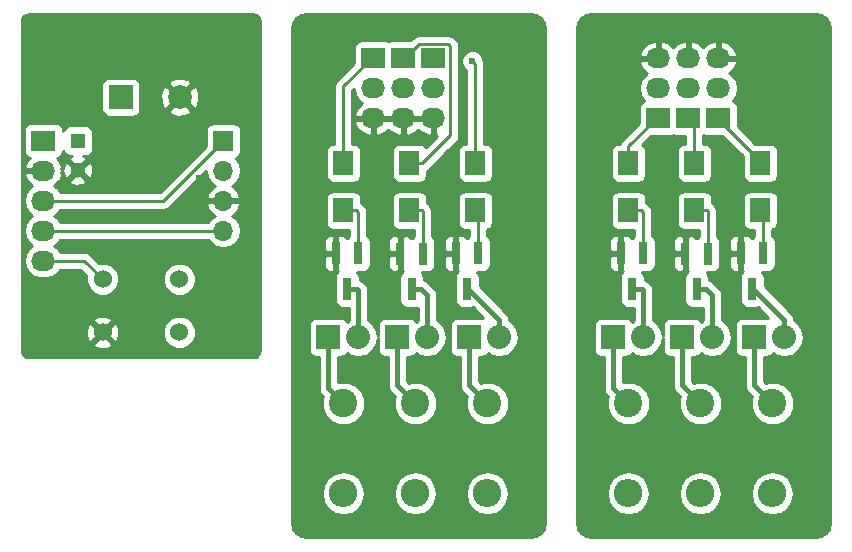
<source format=gbr>
G04 #@! TF.FileFunction,Copper,L1,Top,Signal*
%FSLAX46Y46*%
G04 Gerber Fmt 4.6, Leading zero omitted, Abs format (unit mm)*
G04 Created by KiCad (PCBNEW 4.0.6) date Thursday, July 20, 2017 'AMt' 10:41:19 AM*
%MOMM*%
%LPD*%
G01*
G04 APERTURE LIST*
%ADD10C,0.100000*%
%ADD11C,2.400000*%
%ADD12O,2.400000X2.400000*%
%ADD13R,2.032000X2.032000*%
%ADD14O,2.032000X2.032000*%
%ADD15R,1.700000X2.000000*%
%ADD16R,2.032000X1.727200*%
%ADD17O,2.032000X1.727200*%
%ADD18R,0.800000X1.900000*%
%ADD19R,2.000000X2.000000*%
%ADD20C,2.000000*%
%ADD21R,1.300000X1.300000*%
%ADD22C,1.300000*%
%ADD23R,1.700000X1.700000*%
%ADD24O,1.700000X1.700000*%
%ADD25C,1.524000*%
%ADD26C,0.600000*%
%ADD27C,0.250000*%
%ADD28C,0.400000*%
%ADD29C,0.254000*%
G04 APERTURE END LIST*
D10*
D11*
X190220600Y-129692400D03*
D12*
X190220600Y-137312400D03*
D11*
X196316600Y-129692400D03*
D12*
X196316600Y-137312400D03*
D13*
X194792600Y-124104400D03*
D14*
X197332600Y-124104400D03*
D11*
X202412600Y-129692400D03*
D12*
X202412600Y-137312400D03*
D13*
X200888600Y-124104400D03*
D14*
X203428600Y-124104400D03*
D15*
X201396600Y-113372400D03*
X201396600Y-109372400D03*
X195808600Y-113372400D03*
X195808600Y-109372400D03*
X190220600Y-113372400D03*
X190220600Y-109372400D03*
D16*
X197840600Y-105562400D03*
D17*
X197840600Y-103022400D03*
X197840600Y-100482400D03*
D16*
X192760600Y-105562400D03*
D17*
X192760600Y-103022400D03*
X192760600Y-100482400D03*
D16*
X195300600Y-105562400D03*
D17*
X195300600Y-103022400D03*
X195300600Y-100482400D03*
D18*
X201650600Y-116992400D03*
X199750600Y-116992400D03*
X200700600Y-119992400D03*
X196946600Y-117016400D03*
X195046600Y-117016400D03*
X195996600Y-120016400D03*
X191490600Y-116992400D03*
X189590600Y-116992400D03*
X190540600Y-119992400D03*
D13*
X188950600Y-124104400D03*
D14*
X191490600Y-124104400D03*
D19*
X147247600Y-103784400D03*
D20*
X152247600Y-103784400D03*
D21*
X143611600Y-107467400D03*
D22*
X143611600Y-109967400D03*
D23*
X155930600Y-107467400D03*
D24*
X155930600Y-110007400D03*
X155930600Y-112547400D03*
X155930600Y-115087400D03*
D13*
X164820600Y-124104400D03*
D14*
X167360600Y-124104400D03*
D13*
X170662600Y-124104400D03*
D14*
X173202600Y-124104400D03*
D13*
X176758600Y-124104400D03*
D14*
X179298600Y-124104400D03*
D16*
X168630600Y-100482400D03*
D17*
X168630600Y-103022400D03*
X168630600Y-105562400D03*
D16*
X171170600Y-100482400D03*
D17*
X171170600Y-103022400D03*
X171170600Y-105562400D03*
D16*
X173710600Y-100482400D03*
D17*
X173710600Y-103022400D03*
X173710600Y-105562400D03*
D18*
X167360600Y-116992400D03*
X165460600Y-116992400D03*
X166410600Y-119992400D03*
X172816600Y-117016400D03*
X170916600Y-117016400D03*
X171866600Y-120016400D03*
X177520600Y-116992400D03*
X175620600Y-116992400D03*
X176570600Y-119992400D03*
D11*
X166090600Y-129692400D03*
D12*
X166090600Y-137312400D03*
D11*
X172186600Y-129692400D03*
D12*
X172186600Y-137312400D03*
D11*
X178282600Y-129692400D03*
D12*
X178282600Y-137312400D03*
D15*
X166090600Y-113372400D03*
X166090600Y-109372400D03*
X171678600Y-113372400D03*
X171678600Y-109372400D03*
X177266600Y-113372400D03*
X177266600Y-109372400D03*
D16*
X140690600Y-107467400D03*
D17*
X140690600Y-110007400D03*
X140690600Y-112547400D03*
X140690600Y-115087400D03*
X140690600Y-117627400D03*
D25*
X145695600Y-119187400D03*
X145695600Y-123687400D03*
X152195600Y-123687400D03*
X152195600Y-119187400D03*
D26*
X153898600Y-110642400D03*
X177012600Y-100736400D03*
D27*
X140690600Y-115087400D02*
X155930600Y-115087400D01*
X192608200Y-100482400D02*
X192760600Y-100482400D01*
X195453000Y-100482400D02*
X195300600Y-100482400D01*
D28*
X188950600Y-128422400D02*
X188950600Y-124104400D01*
X190220600Y-129692400D02*
X188950600Y-128422400D01*
X164820600Y-128422400D02*
X164820600Y-124104400D01*
X166090600Y-129692400D02*
X164820600Y-128422400D01*
X191340600Y-119992400D02*
X190540600Y-119992400D01*
X191490600Y-124104400D02*
X191490600Y-120142400D01*
X191490600Y-120142400D02*
X191340600Y-119992400D01*
X167360600Y-124104400D02*
X167360600Y-120142400D01*
X167360600Y-120142400D02*
X167210600Y-119992400D01*
X167210600Y-119992400D02*
X166410600Y-119992400D01*
X194792600Y-128168400D02*
X196316600Y-129692400D01*
X194792600Y-124104400D02*
X194792600Y-128168400D01*
X170662600Y-124104400D02*
X170662600Y-128168400D01*
X170662600Y-128168400D02*
X172186600Y-129692400D01*
X197332600Y-120552400D02*
X196796600Y-120016400D01*
X196796600Y-120016400D02*
X195996600Y-120016400D01*
X197332600Y-124104400D02*
X197332600Y-120552400D01*
X173202600Y-124104400D02*
X173202600Y-120552400D01*
X173202600Y-120552400D02*
X172666600Y-120016400D01*
X172666600Y-120016400D02*
X171866600Y-120016400D01*
X200888600Y-124104400D02*
X200888600Y-128168400D01*
X200888600Y-128168400D02*
X202412600Y-129692400D01*
X176758600Y-124104400D02*
X176758600Y-128168400D01*
X176758600Y-128168400D02*
X178282600Y-129692400D01*
X200753440Y-119992400D02*
X200700600Y-119992400D01*
X203428600Y-124104400D02*
X203428600Y-122667560D01*
X203428600Y-122667560D02*
X200753440Y-119992400D01*
X179298600Y-124104400D02*
X179298600Y-122667560D01*
X179298600Y-122667560D02*
X176623440Y-119992400D01*
X176623440Y-119992400D02*
X176570600Y-119992400D01*
D27*
X190220600Y-109372400D02*
X190220600Y-107950000D01*
X190220600Y-107950000D02*
X192608200Y-105562400D01*
X192608200Y-105562400D02*
X192760600Y-105562400D01*
X166090600Y-109372400D02*
X166090600Y-102870000D01*
X166090600Y-102870000D02*
X168478200Y-100482400D01*
X168478200Y-100482400D02*
X168630600Y-100482400D01*
X195808600Y-109372400D02*
X195808600Y-106070400D01*
X195808600Y-106070400D02*
X195300600Y-105562400D01*
X171678600Y-109372400D02*
X172778600Y-109372400D01*
X172778600Y-109372400D02*
X175151610Y-106999390D01*
X175151610Y-106999390D02*
X175151610Y-99458808D01*
X175151610Y-99458808D02*
X174986601Y-99293799D01*
X174986601Y-99293799D02*
X172511601Y-99293799D01*
X172511601Y-99293799D02*
X171323000Y-100482400D01*
X171323000Y-100482400D02*
X171170600Y-100482400D01*
X201396600Y-109372400D02*
X201396600Y-109222400D01*
X201396600Y-109222400D02*
X197840600Y-105666400D01*
X197840600Y-105666400D02*
X197840600Y-105562400D01*
X177266600Y-109372400D02*
X177266600Y-100990400D01*
X177266600Y-100990400D02*
X177012600Y-100736400D01*
X191320600Y-113372400D02*
X190220600Y-113372400D01*
X191490600Y-116992400D02*
X191490600Y-113542400D01*
X191490600Y-113542400D02*
X191320600Y-113372400D01*
X167360600Y-116992400D02*
X167360600Y-113542400D01*
X167360600Y-113542400D02*
X167190600Y-113372400D01*
X167190600Y-113372400D02*
X166090600Y-113372400D01*
X196946600Y-117016400D02*
X196946600Y-113410400D01*
X196908600Y-113372400D02*
X195808600Y-113372400D01*
X196946600Y-113410400D02*
X196908600Y-113372400D01*
X172816600Y-117016400D02*
X172816600Y-113410400D01*
X172816600Y-113410400D02*
X172778600Y-113372400D01*
X172778600Y-113372400D02*
X171678600Y-113372400D01*
X201650600Y-113626400D02*
X201396600Y-113372400D01*
X201650600Y-116992400D02*
X201650600Y-113626400D01*
X177520600Y-116992400D02*
X177520600Y-113626400D01*
X177520600Y-113626400D02*
X177266600Y-113372400D01*
X140690600Y-112547400D02*
X150850600Y-112547400D01*
X150850600Y-112547400D02*
X155930600Y-107467400D01*
X140690600Y-117627400D02*
X144135600Y-117627400D01*
X144135600Y-117627400D02*
X145695600Y-119187400D01*
D29*
G36*
X182417584Y-96851215D02*
X182800757Y-97107244D01*
X183056785Y-97490415D01*
X183160600Y-98012331D01*
X183160600Y-139782469D01*
X183056785Y-140304385D01*
X182800757Y-140687556D01*
X182417584Y-140943585D01*
X181895669Y-141047400D01*
X162985531Y-141047400D01*
X162463615Y-140943585D01*
X162080444Y-140687557D01*
X161824415Y-140304384D01*
X161720600Y-139782469D01*
X161720600Y-137276450D01*
X164255600Y-137276450D01*
X164255600Y-137348350D01*
X164395281Y-138050574D01*
X164793059Y-138645891D01*
X165388376Y-139043669D01*
X166090600Y-139183350D01*
X166792824Y-139043669D01*
X167388141Y-138645891D01*
X167785919Y-138050574D01*
X167925600Y-137348350D01*
X167925600Y-137276450D01*
X170351600Y-137276450D01*
X170351600Y-137348350D01*
X170491281Y-138050574D01*
X170889059Y-138645891D01*
X171484376Y-139043669D01*
X172186600Y-139183350D01*
X172888824Y-139043669D01*
X173484141Y-138645891D01*
X173881919Y-138050574D01*
X174021600Y-137348350D01*
X174021600Y-137276450D01*
X176447600Y-137276450D01*
X176447600Y-137348350D01*
X176587281Y-138050574D01*
X176985059Y-138645891D01*
X177580376Y-139043669D01*
X178282600Y-139183350D01*
X178984824Y-139043669D01*
X179580141Y-138645891D01*
X179977919Y-138050574D01*
X180117600Y-137348350D01*
X180117600Y-137276450D01*
X179977919Y-136574226D01*
X179580141Y-135978909D01*
X178984824Y-135581131D01*
X178282600Y-135441450D01*
X177580376Y-135581131D01*
X176985059Y-135978909D01*
X176587281Y-136574226D01*
X176447600Y-137276450D01*
X174021600Y-137276450D01*
X173881919Y-136574226D01*
X173484141Y-135978909D01*
X172888824Y-135581131D01*
X172186600Y-135441450D01*
X171484376Y-135581131D01*
X170889059Y-135978909D01*
X170491281Y-136574226D01*
X170351600Y-137276450D01*
X167925600Y-137276450D01*
X167785919Y-136574226D01*
X167388141Y-135978909D01*
X166792824Y-135581131D01*
X166090600Y-135441450D01*
X165388376Y-135581131D01*
X164793059Y-135978909D01*
X164395281Y-136574226D01*
X164255600Y-137276450D01*
X161720600Y-137276450D01*
X161720600Y-123088400D01*
X163157160Y-123088400D01*
X163157160Y-125120400D01*
X163201438Y-125355717D01*
X163340510Y-125571841D01*
X163552710Y-125716831D01*
X163804600Y-125767840D01*
X163985600Y-125767840D01*
X163985600Y-128422400D01*
X164049161Y-128741941D01*
X164060449Y-128758834D01*
X164230166Y-129012834D01*
X164340187Y-129122855D01*
X164255919Y-129325795D01*
X164255282Y-130055803D01*
X164534055Y-130730486D01*
X165049799Y-131247130D01*
X165723995Y-131527081D01*
X166454003Y-131527718D01*
X167128686Y-131248945D01*
X167645330Y-130733201D01*
X167925281Y-130059005D01*
X167925918Y-129328997D01*
X167647145Y-128654314D01*
X167131401Y-128137670D01*
X166457205Y-127857719D01*
X165727197Y-127857082D01*
X165655600Y-127886665D01*
X165655600Y-125767840D01*
X165836600Y-125767840D01*
X166071917Y-125723562D01*
X166288041Y-125584490D01*
X166389798Y-125435563D01*
X166728790Y-125662070D01*
X167360600Y-125787745D01*
X167992410Y-125662070D01*
X168528033Y-125304178D01*
X168885925Y-124768555D01*
X168999160Y-124199285D01*
X168999160Y-125120400D01*
X169043438Y-125355717D01*
X169182510Y-125571841D01*
X169394710Y-125716831D01*
X169646600Y-125767840D01*
X169827600Y-125767840D01*
X169827600Y-128168400D01*
X169891161Y-128487941D01*
X170000514Y-128651599D01*
X170072166Y-128758834D01*
X170436187Y-129122855D01*
X170351919Y-129325795D01*
X170351282Y-130055803D01*
X170630055Y-130730486D01*
X171145799Y-131247130D01*
X171819995Y-131527081D01*
X172550003Y-131527718D01*
X173224686Y-131248945D01*
X173741330Y-130733201D01*
X174021281Y-130059005D01*
X174021918Y-129328997D01*
X173743145Y-128654314D01*
X173227401Y-128137670D01*
X172553205Y-127857719D01*
X171823197Y-127857082D01*
X171617247Y-127942179D01*
X171497600Y-127822532D01*
X171497600Y-125767840D01*
X171678600Y-125767840D01*
X171913917Y-125723562D01*
X172130041Y-125584490D01*
X172231798Y-125435563D01*
X172570790Y-125662070D01*
X173202600Y-125787745D01*
X173834410Y-125662070D01*
X174370033Y-125304178D01*
X174727925Y-124768555D01*
X174853600Y-124136745D01*
X174853600Y-124072055D01*
X174727925Y-123440245D01*
X174492830Y-123088400D01*
X175095160Y-123088400D01*
X175095160Y-125120400D01*
X175139438Y-125355717D01*
X175278510Y-125571841D01*
X175490710Y-125716831D01*
X175742600Y-125767840D01*
X175923600Y-125767840D01*
X175923600Y-128168400D01*
X175987161Y-128487941D01*
X176096514Y-128651599D01*
X176168166Y-128758834D01*
X176532187Y-129122855D01*
X176447919Y-129325795D01*
X176447282Y-130055803D01*
X176726055Y-130730486D01*
X177241799Y-131247130D01*
X177915995Y-131527081D01*
X178646003Y-131527718D01*
X179320686Y-131248945D01*
X179837330Y-130733201D01*
X180117281Y-130059005D01*
X180117918Y-129328997D01*
X179839145Y-128654314D01*
X179323401Y-128137670D01*
X178649205Y-127857719D01*
X177919197Y-127857082D01*
X177713247Y-127942179D01*
X177593600Y-127822532D01*
X177593600Y-125767840D01*
X177774600Y-125767840D01*
X178009917Y-125723562D01*
X178226041Y-125584490D01*
X178327798Y-125435563D01*
X178666790Y-125662070D01*
X179298600Y-125787745D01*
X179930410Y-125662070D01*
X180466033Y-125304178D01*
X180823925Y-124768555D01*
X180949600Y-124136745D01*
X180949600Y-124072055D01*
X180823925Y-123440245D01*
X180466033Y-122904622D01*
X180133600Y-122682497D01*
X180133600Y-122667560D01*
X180124997Y-122624310D01*
X180070040Y-122348020D01*
X179889034Y-122077126D01*
X177618040Y-119806132D01*
X177618040Y-119042400D01*
X177573762Y-118807083D01*
X177434690Y-118590959D01*
X177433052Y-118589840D01*
X177920600Y-118589840D01*
X178155917Y-118545562D01*
X178372041Y-118406490D01*
X178517031Y-118194290D01*
X178568040Y-117942400D01*
X178568040Y-116042400D01*
X178523762Y-115807083D01*
X178384690Y-115590959D01*
X178280600Y-115519837D01*
X178280600Y-114988981D01*
X178351917Y-114975562D01*
X178568041Y-114836490D01*
X178713031Y-114624290D01*
X178764040Y-114372400D01*
X178764040Y-112372400D01*
X178719762Y-112137083D01*
X178580690Y-111920959D01*
X178368490Y-111775969D01*
X178116600Y-111724960D01*
X176416600Y-111724960D01*
X176181283Y-111769238D01*
X175965159Y-111908310D01*
X175820169Y-112120510D01*
X175769160Y-112372400D01*
X175769160Y-114372400D01*
X175813438Y-114607717D01*
X175952510Y-114823841D01*
X176164710Y-114968831D01*
X176416600Y-115019840D01*
X176760600Y-115019840D01*
X176760600Y-115519469D01*
X176669159Y-115578310D01*
X176573610Y-115718150D01*
X176558927Y-115682702D01*
X176380299Y-115504073D01*
X176146910Y-115407400D01*
X175906350Y-115407400D01*
X175747600Y-115566150D01*
X175747600Y-116865400D01*
X175767600Y-116865400D01*
X175767600Y-117119400D01*
X175747600Y-117119400D01*
X175747600Y-118418650D01*
X175833612Y-118504662D01*
X175719159Y-118578310D01*
X175574169Y-118790510D01*
X175523160Y-119042400D01*
X175523160Y-120942400D01*
X175567438Y-121177717D01*
X175706510Y-121393841D01*
X175918710Y-121538831D01*
X176170600Y-121589840D01*
X176970600Y-121589840D01*
X177029020Y-121578848D01*
X177920723Y-122470551D01*
X177774600Y-122440960D01*
X175742600Y-122440960D01*
X175507283Y-122485238D01*
X175291159Y-122624310D01*
X175146169Y-122836510D01*
X175095160Y-123088400D01*
X174492830Y-123088400D01*
X174370033Y-122904622D01*
X174037600Y-122682497D01*
X174037600Y-120552400D01*
X173974039Y-120232859D01*
X173793034Y-119961966D01*
X173257034Y-119425966D01*
X173174713Y-119370961D01*
X172986141Y-119244961D01*
X172914040Y-119230619D01*
X172914040Y-119066400D01*
X172869762Y-118831083D01*
X172730690Y-118614959D01*
X172729052Y-118613840D01*
X173216600Y-118613840D01*
X173451917Y-118569562D01*
X173668041Y-118430490D01*
X173813031Y-118218290D01*
X173864040Y-117966400D01*
X173864040Y-117278150D01*
X174585600Y-117278150D01*
X174585600Y-118068709D01*
X174682273Y-118302098D01*
X174860901Y-118480727D01*
X175094290Y-118577400D01*
X175334850Y-118577400D01*
X175493600Y-118418650D01*
X175493600Y-117119400D01*
X174744350Y-117119400D01*
X174585600Y-117278150D01*
X173864040Y-117278150D01*
X173864040Y-116066400D01*
X173835758Y-115916091D01*
X174585600Y-115916091D01*
X174585600Y-116706650D01*
X174744350Y-116865400D01*
X175493600Y-116865400D01*
X175493600Y-115566150D01*
X175334850Y-115407400D01*
X175094290Y-115407400D01*
X174860901Y-115504073D01*
X174682273Y-115682702D01*
X174585600Y-115916091D01*
X173835758Y-115916091D01*
X173819762Y-115831083D01*
X173680690Y-115614959D01*
X173576600Y-115543837D01*
X173576600Y-113410400D01*
X173518748Y-113119561D01*
X173354001Y-112872999D01*
X173316001Y-112834999D01*
X173176040Y-112741480D01*
X173176040Y-112372400D01*
X173131762Y-112137083D01*
X172992690Y-111920959D01*
X172780490Y-111775969D01*
X172528600Y-111724960D01*
X170828600Y-111724960D01*
X170593283Y-111769238D01*
X170377159Y-111908310D01*
X170232169Y-112120510D01*
X170181160Y-112372400D01*
X170181160Y-114372400D01*
X170225438Y-114607717D01*
X170364510Y-114823841D01*
X170576710Y-114968831D01*
X170828600Y-115019840D01*
X172056600Y-115019840D01*
X172056600Y-115543469D01*
X171965159Y-115602310D01*
X171869610Y-115742150D01*
X171854927Y-115706702D01*
X171676299Y-115528073D01*
X171442910Y-115431400D01*
X171202350Y-115431400D01*
X171043600Y-115590150D01*
X171043600Y-116889400D01*
X171063600Y-116889400D01*
X171063600Y-117143400D01*
X171043600Y-117143400D01*
X171043600Y-118442650D01*
X171129612Y-118528662D01*
X171015159Y-118602310D01*
X170870169Y-118814510D01*
X170819160Y-119066400D01*
X170819160Y-120966400D01*
X170863438Y-121201717D01*
X171002510Y-121417841D01*
X171214710Y-121562831D01*
X171466600Y-121613840D01*
X172266600Y-121613840D01*
X172367600Y-121594836D01*
X172367600Y-122682497D01*
X172230808Y-122773899D01*
X172142690Y-122636959D01*
X171930490Y-122491969D01*
X171678600Y-122440960D01*
X169646600Y-122440960D01*
X169411283Y-122485238D01*
X169195159Y-122624310D01*
X169050169Y-122836510D01*
X168999160Y-123088400D01*
X168999160Y-124009515D01*
X168885925Y-123440245D01*
X168528033Y-122904622D01*
X168195600Y-122682497D01*
X168195600Y-120142400D01*
X168132039Y-119822859D01*
X167951034Y-119551966D01*
X167801034Y-119401966D01*
X167659506Y-119307400D01*
X167530141Y-119220961D01*
X167458040Y-119206619D01*
X167458040Y-119042400D01*
X167413762Y-118807083D01*
X167274690Y-118590959D01*
X167273052Y-118589840D01*
X167760600Y-118589840D01*
X167995917Y-118545562D01*
X168212041Y-118406490D01*
X168357031Y-118194290D01*
X168408040Y-117942400D01*
X168408040Y-117302150D01*
X169881600Y-117302150D01*
X169881600Y-118092709D01*
X169978273Y-118326098D01*
X170156901Y-118504727D01*
X170390290Y-118601400D01*
X170630850Y-118601400D01*
X170789600Y-118442650D01*
X170789600Y-117143400D01*
X170040350Y-117143400D01*
X169881600Y-117302150D01*
X168408040Y-117302150D01*
X168408040Y-116042400D01*
X168388790Y-115940091D01*
X169881600Y-115940091D01*
X169881600Y-116730650D01*
X170040350Y-116889400D01*
X170789600Y-116889400D01*
X170789600Y-115590150D01*
X170630850Y-115431400D01*
X170390290Y-115431400D01*
X170156901Y-115528073D01*
X169978273Y-115706702D01*
X169881600Y-115940091D01*
X168388790Y-115940091D01*
X168363762Y-115807083D01*
X168224690Y-115590959D01*
X168120600Y-115519837D01*
X168120600Y-113542400D01*
X168062748Y-113251561D01*
X168062748Y-113251560D01*
X167898001Y-113004999D01*
X167728001Y-112834999D01*
X167588040Y-112741480D01*
X167588040Y-112372400D01*
X167543762Y-112137083D01*
X167404690Y-111920959D01*
X167192490Y-111775969D01*
X166940600Y-111724960D01*
X165240600Y-111724960D01*
X165005283Y-111769238D01*
X164789159Y-111908310D01*
X164644169Y-112120510D01*
X164593160Y-112372400D01*
X164593160Y-114372400D01*
X164637438Y-114607717D01*
X164776510Y-114823841D01*
X164988710Y-114968831D01*
X165240600Y-115019840D01*
X166600600Y-115019840D01*
X166600600Y-115519469D01*
X166509159Y-115578310D01*
X166413610Y-115718150D01*
X166398927Y-115682702D01*
X166220299Y-115504073D01*
X165986910Y-115407400D01*
X165746350Y-115407400D01*
X165587600Y-115566150D01*
X165587600Y-116865400D01*
X165607600Y-116865400D01*
X165607600Y-117119400D01*
X165587600Y-117119400D01*
X165587600Y-118418650D01*
X165673612Y-118504662D01*
X165559159Y-118578310D01*
X165414169Y-118790510D01*
X165363160Y-119042400D01*
X165363160Y-120942400D01*
X165407438Y-121177717D01*
X165546510Y-121393841D01*
X165758710Y-121538831D01*
X166010600Y-121589840D01*
X166525600Y-121589840D01*
X166525600Y-122682497D01*
X166388808Y-122773899D01*
X166300690Y-122636959D01*
X166088490Y-122491969D01*
X165836600Y-122440960D01*
X163804600Y-122440960D01*
X163569283Y-122485238D01*
X163353159Y-122624310D01*
X163208169Y-122836510D01*
X163157160Y-123088400D01*
X161720600Y-123088400D01*
X161720600Y-117278150D01*
X164425600Y-117278150D01*
X164425600Y-118068709D01*
X164522273Y-118302098D01*
X164700901Y-118480727D01*
X164934290Y-118577400D01*
X165174850Y-118577400D01*
X165333600Y-118418650D01*
X165333600Y-117119400D01*
X164584350Y-117119400D01*
X164425600Y-117278150D01*
X161720600Y-117278150D01*
X161720600Y-115916091D01*
X164425600Y-115916091D01*
X164425600Y-116706650D01*
X164584350Y-116865400D01*
X165333600Y-116865400D01*
X165333600Y-115566150D01*
X165174850Y-115407400D01*
X164934290Y-115407400D01*
X164700901Y-115504073D01*
X164522273Y-115682702D01*
X164425600Y-115916091D01*
X161720600Y-115916091D01*
X161720600Y-108372400D01*
X164593160Y-108372400D01*
X164593160Y-110372400D01*
X164637438Y-110607717D01*
X164776510Y-110823841D01*
X164988710Y-110968831D01*
X165240600Y-111019840D01*
X166940600Y-111019840D01*
X167175917Y-110975562D01*
X167392041Y-110836490D01*
X167537031Y-110624290D01*
X167588040Y-110372400D01*
X167588040Y-108372400D01*
X167543762Y-108137083D01*
X167404690Y-107920959D01*
X167192490Y-107775969D01*
X166940600Y-107724960D01*
X166850600Y-107724960D01*
X166850600Y-105921426D01*
X167023242Y-105921426D01*
X167025891Y-105937191D01*
X167279868Y-106464436D01*
X167716280Y-106854354D01*
X168268687Y-107047584D01*
X168503600Y-106903324D01*
X168503600Y-105689400D01*
X168757600Y-105689400D01*
X168757600Y-106903324D01*
X168992513Y-107047584D01*
X169544920Y-106854354D01*
X169900600Y-106536567D01*
X170256280Y-106854354D01*
X170808687Y-107047584D01*
X171043600Y-106903324D01*
X171043600Y-105689400D01*
X171297600Y-105689400D01*
X171297600Y-106903324D01*
X171532513Y-107047584D01*
X172084920Y-106854354D01*
X172440600Y-106536567D01*
X172796280Y-106854354D01*
X173348687Y-107047584D01*
X173583600Y-106903324D01*
X173583600Y-105689400D01*
X171297600Y-105689400D01*
X171043600Y-105689400D01*
X168757600Y-105689400D01*
X168503600Y-105689400D01*
X167144383Y-105689400D01*
X167023242Y-105921426D01*
X166850600Y-105921426D01*
X166850600Y-103184802D01*
X166958163Y-103077239D01*
X167061329Y-103595889D01*
X167386185Y-104082070D01*
X167695669Y-104288861D01*
X167279868Y-104660364D01*
X167025891Y-105187609D01*
X167023242Y-105203374D01*
X167144383Y-105435400D01*
X168503600Y-105435400D01*
X168503600Y-105415400D01*
X168757600Y-105415400D01*
X168757600Y-105435400D01*
X171043600Y-105435400D01*
X171043600Y-105415400D01*
X171297600Y-105415400D01*
X171297600Y-105435400D01*
X173583600Y-105435400D01*
X173583600Y-105415400D01*
X173837600Y-105415400D01*
X173837600Y-105435400D01*
X173857600Y-105435400D01*
X173857600Y-105689400D01*
X173837600Y-105689400D01*
X173837600Y-106903324D01*
X174045316Y-107030882D01*
X173056334Y-108019864D01*
X172992690Y-107920959D01*
X172780490Y-107775969D01*
X172528600Y-107724960D01*
X170828600Y-107724960D01*
X170593283Y-107769238D01*
X170377159Y-107908310D01*
X170232169Y-108120510D01*
X170181160Y-108372400D01*
X170181160Y-110372400D01*
X170225438Y-110607717D01*
X170364510Y-110823841D01*
X170576710Y-110968831D01*
X170828600Y-111019840D01*
X172528600Y-111019840D01*
X172763917Y-110975562D01*
X172980041Y-110836490D01*
X173125031Y-110624290D01*
X173176040Y-110372400D01*
X173176040Y-110003320D01*
X173316001Y-109909801D01*
X174853402Y-108372400D01*
X175769160Y-108372400D01*
X175769160Y-110372400D01*
X175813438Y-110607717D01*
X175952510Y-110823841D01*
X176164710Y-110968831D01*
X176416600Y-111019840D01*
X178116600Y-111019840D01*
X178351917Y-110975562D01*
X178568041Y-110836490D01*
X178713031Y-110624290D01*
X178764040Y-110372400D01*
X178764040Y-108372400D01*
X178719762Y-108137083D01*
X178580690Y-107920959D01*
X178368490Y-107775969D01*
X178116600Y-107724960D01*
X178026600Y-107724960D01*
X178026600Y-100990400D01*
X177968748Y-100699561D01*
X177968748Y-100699560D01*
X177947660Y-100668000D01*
X177947762Y-100551233D01*
X177805717Y-100207457D01*
X177542927Y-99944208D01*
X177199399Y-99801562D01*
X176827433Y-99801238D01*
X176483657Y-99943283D01*
X176220408Y-100206073D01*
X176077762Y-100549601D01*
X176077438Y-100921567D01*
X176219483Y-101265343D01*
X176482273Y-101528592D01*
X176506600Y-101538694D01*
X176506600Y-107724960D01*
X176416600Y-107724960D01*
X176181283Y-107769238D01*
X175965159Y-107908310D01*
X175820169Y-108120510D01*
X175769160Y-108372400D01*
X174853402Y-108372400D01*
X175689011Y-107536791D01*
X175853758Y-107290229D01*
X175911610Y-106999390D01*
X175911610Y-99458808D01*
X175853758Y-99167969D01*
X175689011Y-98921407D01*
X175524002Y-98756398D01*
X175277440Y-98591651D01*
X174986601Y-98533799D01*
X172511601Y-98533799D01*
X172220762Y-98591651D01*
X171974200Y-98756398D01*
X171759238Y-98971360D01*
X170154600Y-98971360D01*
X169919283Y-99015638D01*
X169903501Y-99025793D01*
X169898490Y-99022369D01*
X169646600Y-98971360D01*
X167614600Y-98971360D01*
X167379283Y-99015638D01*
X167163159Y-99154710D01*
X167018169Y-99366910D01*
X166967160Y-99618800D01*
X166967160Y-100918638D01*
X165553199Y-102332599D01*
X165388452Y-102579161D01*
X165330600Y-102870000D01*
X165330600Y-107724960D01*
X165240600Y-107724960D01*
X165005283Y-107769238D01*
X164789159Y-107908310D01*
X164644169Y-108120510D01*
X164593160Y-108372400D01*
X161720600Y-108372400D01*
X161720600Y-98012331D01*
X161824415Y-97490416D01*
X162080444Y-97107243D01*
X162463615Y-96851215D01*
X162985531Y-96747400D01*
X181895669Y-96747400D01*
X182417584Y-96851215D01*
X182417584Y-96851215D01*
G37*
X182417584Y-96851215D02*
X182800757Y-97107244D01*
X183056785Y-97490415D01*
X183160600Y-98012331D01*
X183160600Y-139782469D01*
X183056785Y-140304385D01*
X182800757Y-140687556D01*
X182417584Y-140943585D01*
X181895669Y-141047400D01*
X162985531Y-141047400D01*
X162463615Y-140943585D01*
X162080444Y-140687557D01*
X161824415Y-140304384D01*
X161720600Y-139782469D01*
X161720600Y-137276450D01*
X164255600Y-137276450D01*
X164255600Y-137348350D01*
X164395281Y-138050574D01*
X164793059Y-138645891D01*
X165388376Y-139043669D01*
X166090600Y-139183350D01*
X166792824Y-139043669D01*
X167388141Y-138645891D01*
X167785919Y-138050574D01*
X167925600Y-137348350D01*
X167925600Y-137276450D01*
X170351600Y-137276450D01*
X170351600Y-137348350D01*
X170491281Y-138050574D01*
X170889059Y-138645891D01*
X171484376Y-139043669D01*
X172186600Y-139183350D01*
X172888824Y-139043669D01*
X173484141Y-138645891D01*
X173881919Y-138050574D01*
X174021600Y-137348350D01*
X174021600Y-137276450D01*
X176447600Y-137276450D01*
X176447600Y-137348350D01*
X176587281Y-138050574D01*
X176985059Y-138645891D01*
X177580376Y-139043669D01*
X178282600Y-139183350D01*
X178984824Y-139043669D01*
X179580141Y-138645891D01*
X179977919Y-138050574D01*
X180117600Y-137348350D01*
X180117600Y-137276450D01*
X179977919Y-136574226D01*
X179580141Y-135978909D01*
X178984824Y-135581131D01*
X178282600Y-135441450D01*
X177580376Y-135581131D01*
X176985059Y-135978909D01*
X176587281Y-136574226D01*
X176447600Y-137276450D01*
X174021600Y-137276450D01*
X173881919Y-136574226D01*
X173484141Y-135978909D01*
X172888824Y-135581131D01*
X172186600Y-135441450D01*
X171484376Y-135581131D01*
X170889059Y-135978909D01*
X170491281Y-136574226D01*
X170351600Y-137276450D01*
X167925600Y-137276450D01*
X167785919Y-136574226D01*
X167388141Y-135978909D01*
X166792824Y-135581131D01*
X166090600Y-135441450D01*
X165388376Y-135581131D01*
X164793059Y-135978909D01*
X164395281Y-136574226D01*
X164255600Y-137276450D01*
X161720600Y-137276450D01*
X161720600Y-123088400D01*
X163157160Y-123088400D01*
X163157160Y-125120400D01*
X163201438Y-125355717D01*
X163340510Y-125571841D01*
X163552710Y-125716831D01*
X163804600Y-125767840D01*
X163985600Y-125767840D01*
X163985600Y-128422400D01*
X164049161Y-128741941D01*
X164060449Y-128758834D01*
X164230166Y-129012834D01*
X164340187Y-129122855D01*
X164255919Y-129325795D01*
X164255282Y-130055803D01*
X164534055Y-130730486D01*
X165049799Y-131247130D01*
X165723995Y-131527081D01*
X166454003Y-131527718D01*
X167128686Y-131248945D01*
X167645330Y-130733201D01*
X167925281Y-130059005D01*
X167925918Y-129328997D01*
X167647145Y-128654314D01*
X167131401Y-128137670D01*
X166457205Y-127857719D01*
X165727197Y-127857082D01*
X165655600Y-127886665D01*
X165655600Y-125767840D01*
X165836600Y-125767840D01*
X166071917Y-125723562D01*
X166288041Y-125584490D01*
X166389798Y-125435563D01*
X166728790Y-125662070D01*
X167360600Y-125787745D01*
X167992410Y-125662070D01*
X168528033Y-125304178D01*
X168885925Y-124768555D01*
X168999160Y-124199285D01*
X168999160Y-125120400D01*
X169043438Y-125355717D01*
X169182510Y-125571841D01*
X169394710Y-125716831D01*
X169646600Y-125767840D01*
X169827600Y-125767840D01*
X169827600Y-128168400D01*
X169891161Y-128487941D01*
X170000514Y-128651599D01*
X170072166Y-128758834D01*
X170436187Y-129122855D01*
X170351919Y-129325795D01*
X170351282Y-130055803D01*
X170630055Y-130730486D01*
X171145799Y-131247130D01*
X171819995Y-131527081D01*
X172550003Y-131527718D01*
X173224686Y-131248945D01*
X173741330Y-130733201D01*
X174021281Y-130059005D01*
X174021918Y-129328997D01*
X173743145Y-128654314D01*
X173227401Y-128137670D01*
X172553205Y-127857719D01*
X171823197Y-127857082D01*
X171617247Y-127942179D01*
X171497600Y-127822532D01*
X171497600Y-125767840D01*
X171678600Y-125767840D01*
X171913917Y-125723562D01*
X172130041Y-125584490D01*
X172231798Y-125435563D01*
X172570790Y-125662070D01*
X173202600Y-125787745D01*
X173834410Y-125662070D01*
X174370033Y-125304178D01*
X174727925Y-124768555D01*
X174853600Y-124136745D01*
X174853600Y-124072055D01*
X174727925Y-123440245D01*
X174492830Y-123088400D01*
X175095160Y-123088400D01*
X175095160Y-125120400D01*
X175139438Y-125355717D01*
X175278510Y-125571841D01*
X175490710Y-125716831D01*
X175742600Y-125767840D01*
X175923600Y-125767840D01*
X175923600Y-128168400D01*
X175987161Y-128487941D01*
X176096514Y-128651599D01*
X176168166Y-128758834D01*
X176532187Y-129122855D01*
X176447919Y-129325795D01*
X176447282Y-130055803D01*
X176726055Y-130730486D01*
X177241799Y-131247130D01*
X177915995Y-131527081D01*
X178646003Y-131527718D01*
X179320686Y-131248945D01*
X179837330Y-130733201D01*
X180117281Y-130059005D01*
X180117918Y-129328997D01*
X179839145Y-128654314D01*
X179323401Y-128137670D01*
X178649205Y-127857719D01*
X177919197Y-127857082D01*
X177713247Y-127942179D01*
X177593600Y-127822532D01*
X177593600Y-125767840D01*
X177774600Y-125767840D01*
X178009917Y-125723562D01*
X178226041Y-125584490D01*
X178327798Y-125435563D01*
X178666790Y-125662070D01*
X179298600Y-125787745D01*
X179930410Y-125662070D01*
X180466033Y-125304178D01*
X180823925Y-124768555D01*
X180949600Y-124136745D01*
X180949600Y-124072055D01*
X180823925Y-123440245D01*
X180466033Y-122904622D01*
X180133600Y-122682497D01*
X180133600Y-122667560D01*
X180124997Y-122624310D01*
X180070040Y-122348020D01*
X179889034Y-122077126D01*
X177618040Y-119806132D01*
X177618040Y-119042400D01*
X177573762Y-118807083D01*
X177434690Y-118590959D01*
X177433052Y-118589840D01*
X177920600Y-118589840D01*
X178155917Y-118545562D01*
X178372041Y-118406490D01*
X178517031Y-118194290D01*
X178568040Y-117942400D01*
X178568040Y-116042400D01*
X178523762Y-115807083D01*
X178384690Y-115590959D01*
X178280600Y-115519837D01*
X178280600Y-114988981D01*
X178351917Y-114975562D01*
X178568041Y-114836490D01*
X178713031Y-114624290D01*
X178764040Y-114372400D01*
X178764040Y-112372400D01*
X178719762Y-112137083D01*
X178580690Y-111920959D01*
X178368490Y-111775969D01*
X178116600Y-111724960D01*
X176416600Y-111724960D01*
X176181283Y-111769238D01*
X175965159Y-111908310D01*
X175820169Y-112120510D01*
X175769160Y-112372400D01*
X175769160Y-114372400D01*
X175813438Y-114607717D01*
X175952510Y-114823841D01*
X176164710Y-114968831D01*
X176416600Y-115019840D01*
X176760600Y-115019840D01*
X176760600Y-115519469D01*
X176669159Y-115578310D01*
X176573610Y-115718150D01*
X176558927Y-115682702D01*
X176380299Y-115504073D01*
X176146910Y-115407400D01*
X175906350Y-115407400D01*
X175747600Y-115566150D01*
X175747600Y-116865400D01*
X175767600Y-116865400D01*
X175767600Y-117119400D01*
X175747600Y-117119400D01*
X175747600Y-118418650D01*
X175833612Y-118504662D01*
X175719159Y-118578310D01*
X175574169Y-118790510D01*
X175523160Y-119042400D01*
X175523160Y-120942400D01*
X175567438Y-121177717D01*
X175706510Y-121393841D01*
X175918710Y-121538831D01*
X176170600Y-121589840D01*
X176970600Y-121589840D01*
X177029020Y-121578848D01*
X177920723Y-122470551D01*
X177774600Y-122440960D01*
X175742600Y-122440960D01*
X175507283Y-122485238D01*
X175291159Y-122624310D01*
X175146169Y-122836510D01*
X175095160Y-123088400D01*
X174492830Y-123088400D01*
X174370033Y-122904622D01*
X174037600Y-122682497D01*
X174037600Y-120552400D01*
X173974039Y-120232859D01*
X173793034Y-119961966D01*
X173257034Y-119425966D01*
X173174713Y-119370961D01*
X172986141Y-119244961D01*
X172914040Y-119230619D01*
X172914040Y-119066400D01*
X172869762Y-118831083D01*
X172730690Y-118614959D01*
X172729052Y-118613840D01*
X173216600Y-118613840D01*
X173451917Y-118569562D01*
X173668041Y-118430490D01*
X173813031Y-118218290D01*
X173864040Y-117966400D01*
X173864040Y-117278150D01*
X174585600Y-117278150D01*
X174585600Y-118068709D01*
X174682273Y-118302098D01*
X174860901Y-118480727D01*
X175094290Y-118577400D01*
X175334850Y-118577400D01*
X175493600Y-118418650D01*
X175493600Y-117119400D01*
X174744350Y-117119400D01*
X174585600Y-117278150D01*
X173864040Y-117278150D01*
X173864040Y-116066400D01*
X173835758Y-115916091D01*
X174585600Y-115916091D01*
X174585600Y-116706650D01*
X174744350Y-116865400D01*
X175493600Y-116865400D01*
X175493600Y-115566150D01*
X175334850Y-115407400D01*
X175094290Y-115407400D01*
X174860901Y-115504073D01*
X174682273Y-115682702D01*
X174585600Y-115916091D01*
X173835758Y-115916091D01*
X173819762Y-115831083D01*
X173680690Y-115614959D01*
X173576600Y-115543837D01*
X173576600Y-113410400D01*
X173518748Y-113119561D01*
X173354001Y-112872999D01*
X173316001Y-112834999D01*
X173176040Y-112741480D01*
X173176040Y-112372400D01*
X173131762Y-112137083D01*
X172992690Y-111920959D01*
X172780490Y-111775969D01*
X172528600Y-111724960D01*
X170828600Y-111724960D01*
X170593283Y-111769238D01*
X170377159Y-111908310D01*
X170232169Y-112120510D01*
X170181160Y-112372400D01*
X170181160Y-114372400D01*
X170225438Y-114607717D01*
X170364510Y-114823841D01*
X170576710Y-114968831D01*
X170828600Y-115019840D01*
X172056600Y-115019840D01*
X172056600Y-115543469D01*
X171965159Y-115602310D01*
X171869610Y-115742150D01*
X171854927Y-115706702D01*
X171676299Y-115528073D01*
X171442910Y-115431400D01*
X171202350Y-115431400D01*
X171043600Y-115590150D01*
X171043600Y-116889400D01*
X171063600Y-116889400D01*
X171063600Y-117143400D01*
X171043600Y-117143400D01*
X171043600Y-118442650D01*
X171129612Y-118528662D01*
X171015159Y-118602310D01*
X170870169Y-118814510D01*
X170819160Y-119066400D01*
X170819160Y-120966400D01*
X170863438Y-121201717D01*
X171002510Y-121417841D01*
X171214710Y-121562831D01*
X171466600Y-121613840D01*
X172266600Y-121613840D01*
X172367600Y-121594836D01*
X172367600Y-122682497D01*
X172230808Y-122773899D01*
X172142690Y-122636959D01*
X171930490Y-122491969D01*
X171678600Y-122440960D01*
X169646600Y-122440960D01*
X169411283Y-122485238D01*
X169195159Y-122624310D01*
X169050169Y-122836510D01*
X168999160Y-123088400D01*
X168999160Y-124009515D01*
X168885925Y-123440245D01*
X168528033Y-122904622D01*
X168195600Y-122682497D01*
X168195600Y-120142400D01*
X168132039Y-119822859D01*
X167951034Y-119551966D01*
X167801034Y-119401966D01*
X167659506Y-119307400D01*
X167530141Y-119220961D01*
X167458040Y-119206619D01*
X167458040Y-119042400D01*
X167413762Y-118807083D01*
X167274690Y-118590959D01*
X167273052Y-118589840D01*
X167760600Y-118589840D01*
X167995917Y-118545562D01*
X168212041Y-118406490D01*
X168357031Y-118194290D01*
X168408040Y-117942400D01*
X168408040Y-117302150D01*
X169881600Y-117302150D01*
X169881600Y-118092709D01*
X169978273Y-118326098D01*
X170156901Y-118504727D01*
X170390290Y-118601400D01*
X170630850Y-118601400D01*
X170789600Y-118442650D01*
X170789600Y-117143400D01*
X170040350Y-117143400D01*
X169881600Y-117302150D01*
X168408040Y-117302150D01*
X168408040Y-116042400D01*
X168388790Y-115940091D01*
X169881600Y-115940091D01*
X169881600Y-116730650D01*
X170040350Y-116889400D01*
X170789600Y-116889400D01*
X170789600Y-115590150D01*
X170630850Y-115431400D01*
X170390290Y-115431400D01*
X170156901Y-115528073D01*
X169978273Y-115706702D01*
X169881600Y-115940091D01*
X168388790Y-115940091D01*
X168363762Y-115807083D01*
X168224690Y-115590959D01*
X168120600Y-115519837D01*
X168120600Y-113542400D01*
X168062748Y-113251561D01*
X168062748Y-113251560D01*
X167898001Y-113004999D01*
X167728001Y-112834999D01*
X167588040Y-112741480D01*
X167588040Y-112372400D01*
X167543762Y-112137083D01*
X167404690Y-111920959D01*
X167192490Y-111775969D01*
X166940600Y-111724960D01*
X165240600Y-111724960D01*
X165005283Y-111769238D01*
X164789159Y-111908310D01*
X164644169Y-112120510D01*
X164593160Y-112372400D01*
X164593160Y-114372400D01*
X164637438Y-114607717D01*
X164776510Y-114823841D01*
X164988710Y-114968831D01*
X165240600Y-115019840D01*
X166600600Y-115019840D01*
X166600600Y-115519469D01*
X166509159Y-115578310D01*
X166413610Y-115718150D01*
X166398927Y-115682702D01*
X166220299Y-115504073D01*
X165986910Y-115407400D01*
X165746350Y-115407400D01*
X165587600Y-115566150D01*
X165587600Y-116865400D01*
X165607600Y-116865400D01*
X165607600Y-117119400D01*
X165587600Y-117119400D01*
X165587600Y-118418650D01*
X165673612Y-118504662D01*
X165559159Y-118578310D01*
X165414169Y-118790510D01*
X165363160Y-119042400D01*
X165363160Y-120942400D01*
X165407438Y-121177717D01*
X165546510Y-121393841D01*
X165758710Y-121538831D01*
X166010600Y-121589840D01*
X166525600Y-121589840D01*
X166525600Y-122682497D01*
X166388808Y-122773899D01*
X166300690Y-122636959D01*
X166088490Y-122491969D01*
X165836600Y-122440960D01*
X163804600Y-122440960D01*
X163569283Y-122485238D01*
X163353159Y-122624310D01*
X163208169Y-122836510D01*
X163157160Y-123088400D01*
X161720600Y-123088400D01*
X161720600Y-117278150D01*
X164425600Y-117278150D01*
X164425600Y-118068709D01*
X164522273Y-118302098D01*
X164700901Y-118480727D01*
X164934290Y-118577400D01*
X165174850Y-118577400D01*
X165333600Y-118418650D01*
X165333600Y-117119400D01*
X164584350Y-117119400D01*
X164425600Y-117278150D01*
X161720600Y-117278150D01*
X161720600Y-115916091D01*
X164425600Y-115916091D01*
X164425600Y-116706650D01*
X164584350Y-116865400D01*
X165333600Y-116865400D01*
X165333600Y-115566150D01*
X165174850Y-115407400D01*
X164934290Y-115407400D01*
X164700901Y-115504073D01*
X164522273Y-115682702D01*
X164425600Y-115916091D01*
X161720600Y-115916091D01*
X161720600Y-108372400D01*
X164593160Y-108372400D01*
X164593160Y-110372400D01*
X164637438Y-110607717D01*
X164776510Y-110823841D01*
X164988710Y-110968831D01*
X165240600Y-111019840D01*
X166940600Y-111019840D01*
X167175917Y-110975562D01*
X167392041Y-110836490D01*
X167537031Y-110624290D01*
X167588040Y-110372400D01*
X167588040Y-108372400D01*
X167543762Y-108137083D01*
X167404690Y-107920959D01*
X167192490Y-107775969D01*
X166940600Y-107724960D01*
X166850600Y-107724960D01*
X166850600Y-105921426D01*
X167023242Y-105921426D01*
X167025891Y-105937191D01*
X167279868Y-106464436D01*
X167716280Y-106854354D01*
X168268687Y-107047584D01*
X168503600Y-106903324D01*
X168503600Y-105689400D01*
X168757600Y-105689400D01*
X168757600Y-106903324D01*
X168992513Y-107047584D01*
X169544920Y-106854354D01*
X169900600Y-106536567D01*
X170256280Y-106854354D01*
X170808687Y-107047584D01*
X171043600Y-106903324D01*
X171043600Y-105689400D01*
X171297600Y-105689400D01*
X171297600Y-106903324D01*
X171532513Y-107047584D01*
X172084920Y-106854354D01*
X172440600Y-106536567D01*
X172796280Y-106854354D01*
X173348687Y-107047584D01*
X173583600Y-106903324D01*
X173583600Y-105689400D01*
X171297600Y-105689400D01*
X171043600Y-105689400D01*
X168757600Y-105689400D01*
X168503600Y-105689400D01*
X167144383Y-105689400D01*
X167023242Y-105921426D01*
X166850600Y-105921426D01*
X166850600Y-103184802D01*
X166958163Y-103077239D01*
X167061329Y-103595889D01*
X167386185Y-104082070D01*
X167695669Y-104288861D01*
X167279868Y-104660364D01*
X167025891Y-105187609D01*
X167023242Y-105203374D01*
X167144383Y-105435400D01*
X168503600Y-105435400D01*
X168503600Y-105415400D01*
X168757600Y-105415400D01*
X168757600Y-105435400D01*
X171043600Y-105435400D01*
X171043600Y-105415400D01*
X171297600Y-105415400D01*
X171297600Y-105435400D01*
X173583600Y-105435400D01*
X173583600Y-105415400D01*
X173837600Y-105415400D01*
X173837600Y-105435400D01*
X173857600Y-105435400D01*
X173857600Y-105689400D01*
X173837600Y-105689400D01*
X173837600Y-106903324D01*
X174045316Y-107030882D01*
X173056334Y-108019864D01*
X172992690Y-107920959D01*
X172780490Y-107775969D01*
X172528600Y-107724960D01*
X170828600Y-107724960D01*
X170593283Y-107769238D01*
X170377159Y-107908310D01*
X170232169Y-108120510D01*
X170181160Y-108372400D01*
X170181160Y-110372400D01*
X170225438Y-110607717D01*
X170364510Y-110823841D01*
X170576710Y-110968831D01*
X170828600Y-111019840D01*
X172528600Y-111019840D01*
X172763917Y-110975562D01*
X172980041Y-110836490D01*
X173125031Y-110624290D01*
X173176040Y-110372400D01*
X173176040Y-110003320D01*
X173316001Y-109909801D01*
X174853402Y-108372400D01*
X175769160Y-108372400D01*
X175769160Y-110372400D01*
X175813438Y-110607717D01*
X175952510Y-110823841D01*
X176164710Y-110968831D01*
X176416600Y-111019840D01*
X178116600Y-111019840D01*
X178351917Y-110975562D01*
X178568041Y-110836490D01*
X178713031Y-110624290D01*
X178764040Y-110372400D01*
X178764040Y-108372400D01*
X178719762Y-108137083D01*
X178580690Y-107920959D01*
X178368490Y-107775969D01*
X178116600Y-107724960D01*
X178026600Y-107724960D01*
X178026600Y-100990400D01*
X177968748Y-100699561D01*
X177968748Y-100699560D01*
X177947660Y-100668000D01*
X177947762Y-100551233D01*
X177805717Y-100207457D01*
X177542927Y-99944208D01*
X177199399Y-99801562D01*
X176827433Y-99801238D01*
X176483657Y-99943283D01*
X176220408Y-100206073D01*
X176077762Y-100549601D01*
X176077438Y-100921567D01*
X176219483Y-101265343D01*
X176482273Y-101528592D01*
X176506600Y-101538694D01*
X176506600Y-107724960D01*
X176416600Y-107724960D01*
X176181283Y-107769238D01*
X175965159Y-107908310D01*
X175820169Y-108120510D01*
X175769160Y-108372400D01*
X174853402Y-108372400D01*
X175689011Y-107536791D01*
X175853758Y-107290229D01*
X175911610Y-106999390D01*
X175911610Y-99458808D01*
X175853758Y-99167969D01*
X175689011Y-98921407D01*
X175524002Y-98756398D01*
X175277440Y-98591651D01*
X174986601Y-98533799D01*
X172511601Y-98533799D01*
X172220762Y-98591651D01*
X171974200Y-98756398D01*
X171759238Y-98971360D01*
X170154600Y-98971360D01*
X169919283Y-99015638D01*
X169903501Y-99025793D01*
X169898490Y-99022369D01*
X169646600Y-98971360D01*
X167614600Y-98971360D01*
X167379283Y-99015638D01*
X167163159Y-99154710D01*
X167018169Y-99366910D01*
X166967160Y-99618800D01*
X166967160Y-100918638D01*
X165553199Y-102332599D01*
X165388452Y-102579161D01*
X165330600Y-102870000D01*
X165330600Y-107724960D01*
X165240600Y-107724960D01*
X165005283Y-107769238D01*
X164789159Y-107908310D01*
X164644169Y-108120510D01*
X164593160Y-108372400D01*
X161720600Y-108372400D01*
X161720600Y-98012331D01*
X161824415Y-97490416D01*
X162080444Y-97107243D01*
X162463615Y-96851215D01*
X162985531Y-96747400D01*
X181895669Y-96747400D01*
X182417584Y-96851215D01*
G36*
X158679579Y-96802878D02*
X158856745Y-96921256D01*
X158975121Y-97098419D01*
X159030600Y-97377331D01*
X159030600Y-125177469D01*
X158975121Y-125456381D01*
X158856745Y-125633544D01*
X158679579Y-125751922D01*
X158400670Y-125807400D01*
X139490531Y-125807400D01*
X139211619Y-125751921D01*
X139034456Y-125633545D01*
X138916078Y-125456379D01*
X138860600Y-125177470D01*
X138860600Y-124667613D01*
X144894992Y-124667613D01*
X144964457Y-124909797D01*
X145487902Y-125096544D01*
X146042968Y-125068762D01*
X146426743Y-124909797D01*
X146496208Y-124667613D01*
X145695600Y-123867005D01*
X144894992Y-124667613D01*
X138860600Y-124667613D01*
X138860600Y-123479702D01*
X144286456Y-123479702D01*
X144314238Y-124034768D01*
X144473203Y-124418543D01*
X144715387Y-124488008D01*
X145515995Y-123687400D01*
X145875205Y-123687400D01*
X146675813Y-124488008D01*
X146917997Y-124418543D01*
X147080140Y-123964061D01*
X150798358Y-123964061D01*
X151010590Y-124477703D01*
X151403230Y-124871029D01*
X151916500Y-125084157D01*
X152472261Y-125084642D01*
X152985903Y-124872410D01*
X153379229Y-124479770D01*
X153592357Y-123966500D01*
X153592842Y-123410739D01*
X153380610Y-122897097D01*
X152987970Y-122503771D01*
X152474700Y-122290643D01*
X151918939Y-122290158D01*
X151405297Y-122502390D01*
X151011971Y-122895030D01*
X150798843Y-123408300D01*
X150798358Y-123964061D01*
X147080140Y-123964061D01*
X147104744Y-123895098D01*
X147076962Y-123340032D01*
X146917997Y-122956257D01*
X146675813Y-122886792D01*
X145875205Y-123687400D01*
X145515995Y-123687400D01*
X144715387Y-122886792D01*
X144473203Y-122956257D01*
X144286456Y-123479702D01*
X138860600Y-123479702D01*
X138860600Y-122707187D01*
X144894992Y-122707187D01*
X145695600Y-123507795D01*
X146496208Y-122707187D01*
X146426743Y-122465003D01*
X145903298Y-122278256D01*
X145348232Y-122306038D01*
X144964457Y-122465003D01*
X144894992Y-122707187D01*
X138860600Y-122707187D01*
X138860600Y-112547400D01*
X139007255Y-112547400D01*
X139121329Y-113120889D01*
X139446185Y-113607070D01*
X139760966Y-113817400D01*
X139446185Y-114027730D01*
X139121329Y-114513911D01*
X139007255Y-115087400D01*
X139121329Y-115660889D01*
X139446185Y-116147070D01*
X139760966Y-116357400D01*
X139446185Y-116567730D01*
X139121329Y-117053911D01*
X139007255Y-117627400D01*
X139121329Y-118200889D01*
X139446185Y-118687070D01*
X139932366Y-119011926D01*
X140505855Y-119126000D01*
X140875345Y-119126000D01*
X141448834Y-119011926D01*
X141935015Y-118687070D01*
X142135248Y-118387400D01*
X143820798Y-118387400D01*
X144311417Y-118878019D01*
X144298843Y-118908300D01*
X144298358Y-119464061D01*
X144510590Y-119977703D01*
X144903230Y-120371029D01*
X145416500Y-120584157D01*
X145972261Y-120584642D01*
X146485903Y-120372410D01*
X146879229Y-119979770D01*
X147092357Y-119466500D01*
X147092359Y-119464061D01*
X150798358Y-119464061D01*
X151010590Y-119977703D01*
X151403230Y-120371029D01*
X151916500Y-120584157D01*
X152472261Y-120584642D01*
X152985903Y-120372410D01*
X153379229Y-119979770D01*
X153592357Y-119466500D01*
X153592842Y-118910739D01*
X153380610Y-118397097D01*
X152987970Y-118003771D01*
X152474700Y-117790643D01*
X151918939Y-117790158D01*
X151405297Y-118002390D01*
X151011971Y-118395030D01*
X150798843Y-118908300D01*
X150798358Y-119464061D01*
X147092359Y-119464061D01*
X147092842Y-118910739D01*
X146880610Y-118397097D01*
X146487970Y-118003771D01*
X145974700Y-117790643D01*
X145418939Y-117790158D01*
X145386545Y-117803543D01*
X144673001Y-117089999D01*
X144426439Y-116925252D01*
X144135600Y-116867400D01*
X142135248Y-116867400D01*
X141935015Y-116567730D01*
X141620234Y-116357400D01*
X141935015Y-116147070D01*
X142135248Y-115847400D01*
X154657646Y-115847400D01*
X154851453Y-116137454D01*
X155333222Y-116459361D01*
X155901507Y-116572400D01*
X155959693Y-116572400D01*
X156527978Y-116459361D01*
X157009747Y-116137454D01*
X157331654Y-115655685D01*
X157444693Y-115087400D01*
X157331654Y-114519115D01*
X157009747Y-114037346D01*
X156669047Y-113809698D01*
X156811958Y-113742583D01*
X157202245Y-113314324D01*
X157372076Y-112904290D01*
X157250755Y-112674400D01*
X156057600Y-112674400D01*
X156057600Y-112694400D01*
X155803600Y-112694400D01*
X155803600Y-112674400D01*
X154610445Y-112674400D01*
X154489124Y-112904290D01*
X154658955Y-113314324D01*
X155049242Y-113742583D01*
X155192153Y-113809698D01*
X154851453Y-114037346D01*
X154657646Y-114327400D01*
X142135248Y-114327400D01*
X141935015Y-114027730D01*
X141620234Y-113817400D01*
X141935015Y-113607070D01*
X142135248Y-113307400D01*
X150850600Y-113307400D01*
X151141439Y-113249548D01*
X151388001Y-113084801D01*
X154424619Y-110048183D01*
X154529546Y-110575685D01*
X154851453Y-111057454D01*
X155192153Y-111285102D01*
X155049242Y-111352217D01*
X154658955Y-111780476D01*
X154489124Y-112190510D01*
X154610445Y-112420400D01*
X155803600Y-112420400D01*
X155803600Y-112400400D01*
X156057600Y-112400400D01*
X156057600Y-112420400D01*
X157250755Y-112420400D01*
X157372076Y-112190510D01*
X157202245Y-111780476D01*
X156811958Y-111352217D01*
X156669047Y-111285102D01*
X157009747Y-111057454D01*
X157331654Y-110575685D01*
X157444693Y-110007400D01*
X157331654Y-109439115D01*
X157009747Y-108957346D01*
X156968148Y-108929550D01*
X157015917Y-108920562D01*
X157232041Y-108781490D01*
X157377031Y-108569290D01*
X157428040Y-108317400D01*
X157428040Y-106617400D01*
X157383762Y-106382083D01*
X157244690Y-106165959D01*
X157032490Y-106020969D01*
X156780600Y-105969960D01*
X155080600Y-105969960D01*
X154845283Y-106014238D01*
X154629159Y-106153310D01*
X154484169Y-106365510D01*
X154433160Y-106617400D01*
X154433160Y-107890038D01*
X150535798Y-111787400D01*
X142135248Y-111787400D01*
X141935015Y-111487730D01*
X141625531Y-111280939D01*
X142041332Y-110909436D01*
X142062054Y-110866416D01*
X142892190Y-110866416D01*
X142947871Y-111097011D01*
X143430678Y-111265022D01*
X143941028Y-111235483D01*
X144275329Y-111097011D01*
X144331010Y-110866416D01*
X143611600Y-110147005D01*
X142892190Y-110866416D01*
X142062054Y-110866416D01*
X142295309Y-110382191D01*
X142297958Y-110366426D01*
X142176818Y-110134402D01*
X142334116Y-110134402D01*
X142343517Y-110296828D01*
X142481989Y-110631129D01*
X142712584Y-110686810D01*
X143431995Y-109967400D01*
X143791205Y-109967400D01*
X144510616Y-110686810D01*
X144741211Y-110631129D01*
X144909222Y-110148322D01*
X144879683Y-109637972D01*
X144741211Y-109303671D01*
X144510616Y-109247990D01*
X143791205Y-109967400D01*
X143431995Y-109967400D01*
X142712584Y-109247990D01*
X142481989Y-109303671D01*
X142313978Y-109786478D01*
X142319414Y-109880398D01*
X142176818Y-109880398D01*
X142297958Y-109648374D01*
X142295309Y-109632609D01*
X142041332Y-109105364D01*
X141865755Y-108948493D01*
X141941917Y-108934162D01*
X142158041Y-108795090D01*
X142303031Y-108582890D01*
X142354040Y-108331000D01*
X142354040Y-108329344D01*
X142358438Y-108352717D01*
X142497510Y-108568841D01*
X142709710Y-108713831D01*
X142961600Y-108764840D01*
X143123985Y-108764840D01*
X142947871Y-108837789D01*
X142892190Y-109068384D01*
X143611600Y-109787795D01*
X144331010Y-109068384D01*
X144275329Y-108837789D01*
X144065698Y-108764840D01*
X144261600Y-108764840D01*
X144496917Y-108720562D01*
X144713041Y-108581490D01*
X144858031Y-108369290D01*
X144909040Y-108117400D01*
X144909040Y-106817400D01*
X144864762Y-106582083D01*
X144725690Y-106365959D01*
X144513490Y-106220969D01*
X144261600Y-106169960D01*
X142961600Y-106169960D01*
X142726283Y-106214238D01*
X142510159Y-106353310D01*
X142365169Y-106565510D01*
X142354040Y-106620467D01*
X142354040Y-106603800D01*
X142309762Y-106368483D01*
X142170690Y-106152359D01*
X141958490Y-106007369D01*
X141706600Y-105956360D01*
X139674600Y-105956360D01*
X139439283Y-106000638D01*
X139223159Y-106139710D01*
X139078169Y-106351910D01*
X139027160Y-106603800D01*
X139027160Y-108331000D01*
X139071438Y-108566317D01*
X139210510Y-108782441D01*
X139422710Y-108927431D01*
X139517527Y-108946632D01*
X139339868Y-109105364D01*
X139085891Y-109632609D01*
X139083242Y-109648374D01*
X139204383Y-109880400D01*
X140563600Y-109880400D01*
X140563600Y-109860400D01*
X140817600Y-109860400D01*
X140817600Y-109880400D01*
X140837600Y-109880400D01*
X140837600Y-110134400D01*
X140817600Y-110134400D01*
X140817600Y-110154400D01*
X140563600Y-110154400D01*
X140563600Y-110134400D01*
X139204383Y-110134400D01*
X139083242Y-110366426D01*
X139085891Y-110382191D01*
X139339868Y-110909436D01*
X139755669Y-111280939D01*
X139446185Y-111487730D01*
X139121329Y-111973911D01*
X139007255Y-112547400D01*
X138860600Y-112547400D01*
X138860600Y-102784400D01*
X145600160Y-102784400D01*
X145600160Y-104784400D01*
X145644438Y-105019717D01*
X145783510Y-105235841D01*
X145995710Y-105380831D01*
X146247600Y-105431840D01*
X148247600Y-105431840D01*
X148482917Y-105387562D01*
X148699041Y-105248490D01*
X148844031Y-105036290D01*
X148864151Y-104936932D01*
X151274673Y-104936932D01*
X151373336Y-105203787D01*
X151983061Y-105430308D01*
X152633060Y-105406256D01*
X153121864Y-105203787D01*
X153220527Y-104936932D01*
X152247600Y-103964005D01*
X151274673Y-104936932D01*
X148864151Y-104936932D01*
X148895040Y-104784400D01*
X148895040Y-103519861D01*
X150601692Y-103519861D01*
X150625744Y-104169860D01*
X150828213Y-104658664D01*
X151095068Y-104757327D01*
X152067995Y-103784400D01*
X152427205Y-103784400D01*
X153400132Y-104757327D01*
X153666987Y-104658664D01*
X153893508Y-104048939D01*
X153869456Y-103398940D01*
X153666987Y-102910136D01*
X153400132Y-102811473D01*
X152427205Y-103784400D01*
X152067995Y-103784400D01*
X151095068Y-102811473D01*
X150828213Y-102910136D01*
X150601692Y-103519861D01*
X148895040Y-103519861D01*
X148895040Y-102784400D01*
X148866340Y-102631868D01*
X151274673Y-102631868D01*
X152247600Y-103604795D01*
X153220527Y-102631868D01*
X153121864Y-102365013D01*
X152512139Y-102138492D01*
X151862140Y-102162544D01*
X151373336Y-102365013D01*
X151274673Y-102631868D01*
X148866340Y-102631868D01*
X148850762Y-102549083D01*
X148711690Y-102332959D01*
X148499490Y-102187969D01*
X148247600Y-102136960D01*
X146247600Y-102136960D01*
X146012283Y-102181238D01*
X145796159Y-102320310D01*
X145651169Y-102532510D01*
X145600160Y-102784400D01*
X138860600Y-102784400D01*
X138860600Y-97377330D01*
X138916078Y-97098421D01*
X139034456Y-96921255D01*
X139211619Y-96802879D01*
X139490531Y-96747400D01*
X158400670Y-96747400D01*
X158679579Y-96802878D01*
X158679579Y-96802878D01*
G37*
X158679579Y-96802878D02*
X158856745Y-96921256D01*
X158975121Y-97098419D01*
X159030600Y-97377331D01*
X159030600Y-125177469D01*
X158975121Y-125456381D01*
X158856745Y-125633544D01*
X158679579Y-125751922D01*
X158400670Y-125807400D01*
X139490531Y-125807400D01*
X139211619Y-125751921D01*
X139034456Y-125633545D01*
X138916078Y-125456379D01*
X138860600Y-125177470D01*
X138860600Y-124667613D01*
X144894992Y-124667613D01*
X144964457Y-124909797D01*
X145487902Y-125096544D01*
X146042968Y-125068762D01*
X146426743Y-124909797D01*
X146496208Y-124667613D01*
X145695600Y-123867005D01*
X144894992Y-124667613D01*
X138860600Y-124667613D01*
X138860600Y-123479702D01*
X144286456Y-123479702D01*
X144314238Y-124034768D01*
X144473203Y-124418543D01*
X144715387Y-124488008D01*
X145515995Y-123687400D01*
X145875205Y-123687400D01*
X146675813Y-124488008D01*
X146917997Y-124418543D01*
X147080140Y-123964061D01*
X150798358Y-123964061D01*
X151010590Y-124477703D01*
X151403230Y-124871029D01*
X151916500Y-125084157D01*
X152472261Y-125084642D01*
X152985903Y-124872410D01*
X153379229Y-124479770D01*
X153592357Y-123966500D01*
X153592842Y-123410739D01*
X153380610Y-122897097D01*
X152987970Y-122503771D01*
X152474700Y-122290643D01*
X151918939Y-122290158D01*
X151405297Y-122502390D01*
X151011971Y-122895030D01*
X150798843Y-123408300D01*
X150798358Y-123964061D01*
X147080140Y-123964061D01*
X147104744Y-123895098D01*
X147076962Y-123340032D01*
X146917997Y-122956257D01*
X146675813Y-122886792D01*
X145875205Y-123687400D01*
X145515995Y-123687400D01*
X144715387Y-122886792D01*
X144473203Y-122956257D01*
X144286456Y-123479702D01*
X138860600Y-123479702D01*
X138860600Y-122707187D01*
X144894992Y-122707187D01*
X145695600Y-123507795D01*
X146496208Y-122707187D01*
X146426743Y-122465003D01*
X145903298Y-122278256D01*
X145348232Y-122306038D01*
X144964457Y-122465003D01*
X144894992Y-122707187D01*
X138860600Y-122707187D01*
X138860600Y-112547400D01*
X139007255Y-112547400D01*
X139121329Y-113120889D01*
X139446185Y-113607070D01*
X139760966Y-113817400D01*
X139446185Y-114027730D01*
X139121329Y-114513911D01*
X139007255Y-115087400D01*
X139121329Y-115660889D01*
X139446185Y-116147070D01*
X139760966Y-116357400D01*
X139446185Y-116567730D01*
X139121329Y-117053911D01*
X139007255Y-117627400D01*
X139121329Y-118200889D01*
X139446185Y-118687070D01*
X139932366Y-119011926D01*
X140505855Y-119126000D01*
X140875345Y-119126000D01*
X141448834Y-119011926D01*
X141935015Y-118687070D01*
X142135248Y-118387400D01*
X143820798Y-118387400D01*
X144311417Y-118878019D01*
X144298843Y-118908300D01*
X144298358Y-119464061D01*
X144510590Y-119977703D01*
X144903230Y-120371029D01*
X145416500Y-120584157D01*
X145972261Y-120584642D01*
X146485903Y-120372410D01*
X146879229Y-119979770D01*
X147092357Y-119466500D01*
X147092359Y-119464061D01*
X150798358Y-119464061D01*
X151010590Y-119977703D01*
X151403230Y-120371029D01*
X151916500Y-120584157D01*
X152472261Y-120584642D01*
X152985903Y-120372410D01*
X153379229Y-119979770D01*
X153592357Y-119466500D01*
X153592842Y-118910739D01*
X153380610Y-118397097D01*
X152987970Y-118003771D01*
X152474700Y-117790643D01*
X151918939Y-117790158D01*
X151405297Y-118002390D01*
X151011971Y-118395030D01*
X150798843Y-118908300D01*
X150798358Y-119464061D01*
X147092359Y-119464061D01*
X147092842Y-118910739D01*
X146880610Y-118397097D01*
X146487970Y-118003771D01*
X145974700Y-117790643D01*
X145418939Y-117790158D01*
X145386545Y-117803543D01*
X144673001Y-117089999D01*
X144426439Y-116925252D01*
X144135600Y-116867400D01*
X142135248Y-116867400D01*
X141935015Y-116567730D01*
X141620234Y-116357400D01*
X141935015Y-116147070D01*
X142135248Y-115847400D01*
X154657646Y-115847400D01*
X154851453Y-116137454D01*
X155333222Y-116459361D01*
X155901507Y-116572400D01*
X155959693Y-116572400D01*
X156527978Y-116459361D01*
X157009747Y-116137454D01*
X157331654Y-115655685D01*
X157444693Y-115087400D01*
X157331654Y-114519115D01*
X157009747Y-114037346D01*
X156669047Y-113809698D01*
X156811958Y-113742583D01*
X157202245Y-113314324D01*
X157372076Y-112904290D01*
X157250755Y-112674400D01*
X156057600Y-112674400D01*
X156057600Y-112694400D01*
X155803600Y-112694400D01*
X155803600Y-112674400D01*
X154610445Y-112674400D01*
X154489124Y-112904290D01*
X154658955Y-113314324D01*
X155049242Y-113742583D01*
X155192153Y-113809698D01*
X154851453Y-114037346D01*
X154657646Y-114327400D01*
X142135248Y-114327400D01*
X141935015Y-114027730D01*
X141620234Y-113817400D01*
X141935015Y-113607070D01*
X142135248Y-113307400D01*
X150850600Y-113307400D01*
X151141439Y-113249548D01*
X151388001Y-113084801D01*
X154424619Y-110048183D01*
X154529546Y-110575685D01*
X154851453Y-111057454D01*
X155192153Y-111285102D01*
X155049242Y-111352217D01*
X154658955Y-111780476D01*
X154489124Y-112190510D01*
X154610445Y-112420400D01*
X155803600Y-112420400D01*
X155803600Y-112400400D01*
X156057600Y-112400400D01*
X156057600Y-112420400D01*
X157250755Y-112420400D01*
X157372076Y-112190510D01*
X157202245Y-111780476D01*
X156811958Y-111352217D01*
X156669047Y-111285102D01*
X157009747Y-111057454D01*
X157331654Y-110575685D01*
X157444693Y-110007400D01*
X157331654Y-109439115D01*
X157009747Y-108957346D01*
X156968148Y-108929550D01*
X157015917Y-108920562D01*
X157232041Y-108781490D01*
X157377031Y-108569290D01*
X157428040Y-108317400D01*
X157428040Y-106617400D01*
X157383762Y-106382083D01*
X157244690Y-106165959D01*
X157032490Y-106020969D01*
X156780600Y-105969960D01*
X155080600Y-105969960D01*
X154845283Y-106014238D01*
X154629159Y-106153310D01*
X154484169Y-106365510D01*
X154433160Y-106617400D01*
X154433160Y-107890038D01*
X150535798Y-111787400D01*
X142135248Y-111787400D01*
X141935015Y-111487730D01*
X141625531Y-111280939D01*
X142041332Y-110909436D01*
X142062054Y-110866416D01*
X142892190Y-110866416D01*
X142947871Y-111097011D01*
X143430678Y-111265022D01*
X143941028Y-111235483D01*
X144275329Y-111097011D01*
X144331010Y-110866416D01*
X143611600Y-110147005D01*
X142892190Y-110866416D01*
X142062054Y-110866416D01*
X142295309Y-110382191D01*
X142297958Y-110366426D01*
X142176818Y-110134402D01*
X142334116Y-110134402D01*
X142343517Y-110296828D01*
X142481989Y-110631129D01*
X142712584Y-110686810D01*
X143431995Y-109967400D01*
X143791205Y-109967400D01*
X144510616Y-110686810D01*
X144741211Y-110631129D01*
X144909222Y-110148322D01*
X144879683Y-109637972D01*
X144741211Y-109303671D01*
X144510616Y-109247990D01*
X143791205Y-109967400D01*
X143431995Y-109967400D01*
X142712584Y-109247990D01*
X142481989Y-109303671D01*
X142313978Y-109786478D01*
X142319414Y-109880398D01*
X142176818Y-109880398D01*
X142297958Y-109648374D01*
X142295309Y-109632609D01*
X142041332Y-109105364D01*
X141865755Y-108948493D01*
X141941917Y-108934162D01*
X142158041Y-108795090D01*
X142303031Y-108582890D01*
X142354040Y-108331000D01*
X142354040Y-108329344D01*
X142358438Y-108352717D01*
X142497510Y-108568841D01*
X142709710Y-108713831D01*
X142961600Y-108764840D01*
X143123985Y-108764840D01*
X142947871Y-108837789D01*
X142892190Y-109068384D01*
X143611600Y-109787795D01*
X144331010Y-109068384D01*
X144275329Y-108837789D01*
X144065698Y-108764840D01*
X144261600Y-108764840D01*
X144496917Y-108720562D01*
X144713041Y-108581490D01*
X144858031Y-108369290D01*
X144909040Y-108117400D01*
X144909040Y-106817400D01*
X144864762Y-106582083D01*
X144725690Y-106365959D01*
X144513490Y-106220969D01*
X144261600Y-106169960D01*
X142961600Y-106169960D01*
X142726283Y-106214238D01*
X142510159Y-106353310D01*
X142365169Y-106565510D01*
X142354040Y-106620467D01*
X142354040Y-106603800D01*
X142309762Y-106368483D01*
X142170690Y-106152359D01*
X141958490Y-106007369D01*
X141706600Y-105956360D01*
X139674600Y-105956360D01*
X139439283Y-106000638D01*
X139223159Y-106139710D01*
X139078169Y-106351910D01*
X139027160Y-106603800D01*
X139027160Y-108331000D01*
X139071438Y-108566317D01*
X139210510Y-108782441D01*
X139422710Y-108927431D01*
X139517527Y-108946632D01*
X139339868Y-109105364D01*
X139085891Y-109632609D01*
X139083242Y-109648374D01*
X139204383Y-109880400D01*
X140563600Y-109880400D01*
X140563600Y-109860400D01*
X140817600Y-109860400D01*
X140817600Y-109880400D01*
X140837600Y-109880400D01*
X140837600Y-110134400D01*
X140817600Y-110134400D01*
X140817600Y-110154400D01*
X140563600Y-110154400D01*
X140563600Y-110134400D01*
X139204383Y-110134400D01*
X139083242Y-110366426D01*
X139085891Y-110382191D01*
X139339868Y-110909436D01*
X139755669Y-111280939D01*
X139446185Y-111487730D01*
X139121329Y-111973911D01*
X139007255Y-112547400D01*
X138860600Y-112547400D01*
X138860600Y-102784400D01*
X145600160Y-102784400D01*
X145600160Y-104784400D01*
X145644438Y-105019717D01*
X145783510Y-105235841D01*
X145995710Y-105380831D01*
X146247600Y-105431840D01*
X148247600Y-105431840D01*
X148482917Y-105387562D01*
X148699041Y-105248490D01*
X148844031Y-105036290D01*
X148864151Y-104936932D01*
X151274673Y-104936932D01*
X151373336Y-105203787D01*
X151983061Y-105430308D01*
X152633060Y-105406256D01*
X153121864Y-105203787D01*
X153220527Y-104936932D01*
X152247600Y-103964005D01*
X151274673Y-104936932D01*
X148864151Y-104936932D01*
X148895040Y-104784400D01*
X148895040Y-103519861D01*
X150601692Y-103519861D01*
X150625744Y-104169860D01*
X150828213Y-104658664D01*
X151095068Y-104757327D01*
X152067995Y-103784400D01*
X152427205Y-103784400D01*
X153400132Y-104757327D01*
X153666987Y-104658664D01*
X153893508Y-104048939D01*
X153869456Y-103398940D01*
X153666987Y-102910136D01*
X153400132Y-102811473D01*
X152427205Y-103784400D01*
X152067995Y-103784400D01*
X151095068Y-102811473D01*
X150828213Y-102910136D01*
X150601692Y-103519861D01*
X148895040Y-103519861D01*
X148895040Y-102784400D01*
X148866340Y-102631868D01*
X151274673Y-102631868D01*
X152247600Y-103604795D01*
X153220527Y-102631868D01*
X153121864Y-102365013D01*
X152512139Y-102138492D01*
X151862140Y-102162544D01*
X151373336Y-102365013D01*
X151274673Y-102631868D01*
X148866340Y-102631868D01*
X148850762Y-102549083D01*
X148711690Y-102332959D01*
X148499490Y-102187969D01*
X148247600Y-102136960D01*
X146247600Y-102136960D01*
X146012283Y-102181238D01*
X145796159Y-102320310D01*
X145651169Y-102532510D01*
X145600160Y-102784400D01*
X138860600Y-102784400D01*
X138860600Y-97377330D01*
X138916078Y-97098421D01*
X139034456Y-96921255D01*
X139211619Y-96802879D01*
X139490531Y-96747400D01*
X158400670Y-96747400D01*
X158679579Y-96802878D01*
G36*
X206547584Y-96851215D02*
X206930757Y-97107244D01*
X207186785Y-97490415D01*
X207290600Y-98012331D01*
X207290600Y-139782469D01*
X207186785Y-140304385D01*
X206930757Y-140687556D01*
X206547584Y-140943585D01*
X206025669Y-141047400D01*
X187115531Y-141047400D01*
X186593615Y-140943585D01*
X186210444Y-140687557D01*
X185954415Y-140304384D01*
X185850600Y-139782469D01*
X185850600Y-137276450D01*
X188385600Y-137276450D01*
X188385600Y-137348350D01*
X188525281Y-138050574D01*
X188923059Y-138645891D01*
X189518376Y-139043669D01*
X190220600Y-139183350D01*
X190922824Y-139043669D01*
X191518141Y-138645891D01*
X191915919Y-138050574D01*
X192055600Y-137348350D01*
X192055600Y-137276450D01*
X194481600Y-137276450D01*
X194481600Y-137348350D01*
X194621281Y-138050574D01*
X195019059Y-138645891D01*
X195614376Y-139043669D01*
X196316600Y-139183350D01*
X197018824Y-139043669D01*
X197614141Y-138645891D01*
X198011919Y-138050574D01*
X198151600Y-137348350D01*
X198151600Y-137276450D01*
X200577600Y-137276450D01*
X200577600Y-137348350D01*
X200717281Y-138050574D01*
X201115059Y-138645891D01*
X201710376Y-139043669D01*
X202412600Y-139183350D01*
X203114824Y-139043669D01*
X203710141Y-138645891D01*
X204107919Y-138050574D01*
X204247600Y-137348350D01*
X204247600Y-137276450D01*
X204107919Y-136574226D01*
X203710141Y-135978909D01*
X203114824Y-135581131D01*
X202412600Y-135441450D01*
X201710376Y-135581131D01*
X201115059Y-135978909D01*
X200717281Y-136574226D01*
X200577600Y-137276450D01*
X198151600Y-137276450D01*
X198011919Y-136574226D01*
X197614141Y-135978909D01*
X197018824Y-135581131D01*
X196316600Y-135441450D01*
X195614376Y-135581131D01*
X195019059Y-135978909D01*
X194621281Y-136574226D01*
X194481600Y-137276450D01*
X192055600Y-137276450D01*
X191915919Y-136574226D01*
X191518141Y-135978909D01*
X190922824Y-135581131D01*
X190220600Y-135441450D01*
X189518376Y-135581131D01*
X188923059Y-135978909D01*
X188525281Y-136574226D01*
X188385600Y-137276450D01*
X185850600Y-137276450D01*
X185850600Y-123088400D01*
X187287160Y-123088400D01*
X187287160Y-125120400D01*
X187331438Y-125355717D01*
X187470510Y-125571841D01*
X187682710Y-125716831D01*
X187934600Y-125767840D01*
X188115600Y-125767840D01*
X188115600Y-128422400D01*
X188179161Y-128741941D01*
X188190449Y-128758834D01*
X188360166Y-129012834D01*
X188470187Y-129122855D01*
X188385919Y-129325795D01*
X188385282Y-130055803D01*
X188664055Y-130730486D01*
X189179799Y-131247130D01*
X189853995Y-131527081D01*
X190584003Y-131527718D01*
X191258686Y-131248945D01*
X191775330Y-130733201D01*
X192055281Y-130059005D01*
X192055918Y-129328997D01*
X191777145Y-128654314D01*
X191261401Y-128137670D01*
X190587205Y-127857719D01*
X189857197Y-127857082D01*
X189785600Y-127886665D01*
X189785600Y-125767840D01*
X189966600Y-125767840D01*
X190201917Y-125723562D01*
X190418041Y-125584490D01*
X190519798Y-125435563D01*
X190858790Y-125662070D01*
X191490600Y-125787745D01*
X192122410Y-125662070D01*
X192658033Y-125304178D01*
X193015925Y-124768555D01*
X193129160Y-124199285D01*
X193129160Y-125120400D01*
X193173438Y-125355717D01*
X193312510Y-125571841D01*
X193524710Y-125716831D01*
X193776600Y-125767840D01*
X193957600Y-125767840D01*
X193957600Y-128168400D01*
X194021161Y-128487941D01*
X194130514Y-128651599D01*
X194202166Y-128758834D01*
X194566187Y-129122855D01*
X194481919Y-129325795D01*
X194481282Y-130055803D01*
X194760055Y-130730486D01*
X195275799Y-131247130D01*
X195949995Y-131527081D01*
X196680003Y-131527718D01*
X197354686Y-131248945D01*
X197871330Y-130733201D01*
X198151281Y-130059005D01*
X198151918Y-129328997D01*
X197873145Y-128654314D01*
X197357401Y-128137670D01*
X196683205Y-127857719D01*
X195953197Y-127857082D01*
X195747247Y-127942179D01*
X195627600Y-127822532D01*
X195627600Y-125767840D01*
X195808600Y-125767840D01*
X196043917Y-125723562D01*
X196260041Y-125584490D01*
X196361798Y-125435563D01*
X196700790Y-125662070D01*
X197332600Y-125787745D01*
X197964410Y-125662070D01*
X198500033Y-125304178D01*
X198857925Y-124768555D01*
X198983600Y-124136745D01*
X198983600Y-124072055D01*
X198857925Y-123440245D01*
X198622830Y-123088400D01*
X199225160Y-123088400D01*
X199225160Y-125120400D01*
X199269438Y-125355717D01*
X199408510Y-125571841D01*
X199620710Y-125716831D01*
X199872600Y-125767840D01*
X200053600Y-125767840D01*
X200053600Y-128168400D01*
X200117161Y-128487941D01*
X200226514Y-128651599D01*
X200298166Y-128758834D01*
X200662187Y-129122855D01*
X200577919Y-129325795D01*
X200577282Y-130055803D01*
X200856055Y-130730486D01*
X201371799Y-131247130D01*
X202045995Y-131527081D01*
X202776003Y-131527718D01*
X203450686Y-131248945D01*
X203967330Y-130733201D01*
X204247281Y-130059005D01*
X204247918Y-129328997D01*
X203969145Y-128654314D01*
X203453401Y-128137670D01*
X202779205Y-127857719D01*
X202049197Y-127857082D01*
X201843247Y-127942179D01*
X201723600Y-127822532D01*
X201723600Y-125767840D01*
X201904600Y-125767840D01*
X202139917Y-125723562D01*
X202356041Y-125584490D01*
X202457798Y-125435563D01*
X202796790Y-125662070D01*
X203428600Y-125787745D01*
X204060410Y-125662070D01*
X204596033Y-125304178D01*
X204953925Y-124768555D01*
X205079600Y-124136745D01*
X205079600Y-124072055D01*
X204953925Y-123440245D01*
X204596033Y-122904622D01*
X204263600Y-122682497D01*
X204263600Y-122667560D01*
X204254997Y-122624310D01*
X204200040Y-122348020D01*
X204019034Y-122077126D01*
X201748040Y-119806132D01*
X201748040Y-119042400D01*
X201703762Y-118807083D01*
X201564690Y-118590959D01*
X201563052Y-118589840D01*
X202050600Y-118589840D01*
X202285917Y-118545562D01*
X202502041Y-118406490D01*
X202647031Y-118194290D01*
X202698040Y-117942400D01*
X202698040Y-116042400D01*
X202653762Y-115807083D01*
X202514690Y-115590959D01*
X202410600Y-115519837D01*
X202410600Y-114988981D01*
X202481917Y-114975562D01*
X202698041Y-114836490D01*
X202843031Y-114624290D01*
X202894040Y-114372400D01*
X202894040Y-112372400D01*
X202849762Y-112137083D01*
X202710690Y-111920959D01*
X202498490Y-111775969D01*
X202246600Y-111724960D01*
X200546600Y-111724960D01*
X200311283Y-111769238D01*
X200095159Y-111908310D01*
X199950169Y-112120510D01*
X199899160Y-112372400D01*
X199899160Y-114372400D01*
X199943438Y-114607717D01*
X200082510Y-114823841D01*
X200294710Y-114968831D01*
X200546600Y-115019840D01*
X200890600Y-115019840D01*
X200890600Y-115519469D01*
X200799159Y-115578310D01*
X200703610Y-115718150D01*
X200688927Y-115682702D01*
X200510299Y-115504073D01*
X200276910Y-115407400D01*
X200036350Y-115407400D01*
X199877600Y-115566150D01*
X199877600Y-116865400D01*
X199897600Y-116865400D01*
X199897600Y-117119400D01*
X199877600Y-117119400D01*
X199877600Y-118418650D01*
X199963612Y-118504662D01*
X199849159Y-118578310D01*
X199704169Y-118790510D01*
X199653160Y-119042400D01*
X199653160Y-120942400D01*
X199697438Y-121177717D01*
X199836510Y-121393841D01*
X200048710Y-121538831D01*
X200300600Y-121589840D01*
X201100600Y-121589840D01*
X201159020Y-121578848D01*
X202050723Y-122470551D01*
X201904600Y-122440960D01*
X199872600Y-122440960D01*
X199637283Y-122485238D01*
X199421159Y-122624310D01*
X199276169Y-122836510D01*
X199225160Y-123088400D01*
X198622830Y-123088400D01*
X198500033Y-122904622D01*
X198167600Y-122682497D01*
X198167600Y-120552400D01*
X198104039Y-120232859D01*
X197923034Y-119961966D01*
X197387034Y-119425966D01*
X197304713Y-119370961D01*
X197116141Y-119244961D01*
X197044040Y-119230619D01*
X197044040Y-119066400D01*
X196999762Y-118831083D01*
X196860690Y-118614959D01*
X196859052Y-118613840D01*
X197346600Y-118613840D01*
X197581917Y-118569562D01*
X197798041Y-118430490D01*
X197943031Y-118218290D01*
X197994040Y-117966400D01*
X197994040Y-117278150D01*
X198715600Y-117278150D01*
X198715600Y-118068709D01*
X198812273Y-118302098D01*
X198990901Y-118480727D01*
X199224290Y-118577400D01*
X199464850Y-118577400D01*
X199623600Y-118418650D01*
X199623600Y-117119400D01*
X198874350Y-117119400D01*
X198715600Y-117278150D01*
X197994040Y-117278150D01*
X197994040Y-116066400D01*
X197965758Y-115916091D01*
X198715600Y-115916091D01*
X198715600Y-116706650D01*
X198874350Y-116865400D01*
X199623600Y-116865400D01*
X199623600Y-115566150D01*
X199464850Y-115407400D01*
X199224290Y-115407400D01*
X198990901Y-115504073D01*
X198812273Y-115682702D01*
X198715600Y-115916091D01*
X197965758Y-115916091D01*
X197949762Y-115831083D01*
X197810690Y-115614959D01*
X197706600Y-115543837D01*
X197706600Y-113410400D01*
X197648748Y-113119561D01*
X197484001Y-112872999D01*
X197446001Y-112834999D01*
X197306040Y-112741480D01*
X197306040Y-112372400D01*
X197261762Y-112137083D01*
X197122690Y-111920959D01*
X196910490Y-111775969D01*
X196658600Y-111724960D01*
X194958600Y-111724960D01*
X194723283Y-111769238D01*
X194507159Y-111908310D01*
X194362169Y-112120510D01*
X194311160Y-112372400D01*
X194311160Y-114372400D01*
X194355438Y-114607717D01*
X194494510Y-114823841D01*
X194706710Y-114968831D01*
X194958600Y-115019840D01*
X196186600Y-115019840D01*
X196186600Y-115543469D01*
X196095159Y-115602310D01*
X195999610Y-115742150D01*
X195984927Y-115706702D01*
X195806299Y-115528073D01*
X195572910Y-115431400D01*
X195332350Y-115431400D01*
X195173600Y-115590150D01*
X195173600Y-116889400D01*
X195193600Y-116889400D01*
X195193600Y-117143400D01*
X195173600Y-117143400D01*
X195173600Y-118442650D01*
X195259612Y-118528662D01*
X195145159Y-118602310D01*
X195000169Y-118814510D01*
X194949160Y-119066400D01*
X194949160Y-120966400D01*
X194993438Y-121201717D01*
X195132510Y-121417841D01*
X195344710Y-121562831D01*
X195596600Y-121613840D01*
X196396600Y-121613840D01*
X196497600Y-121594836D01*
X196497600Y-122682497D01*
X196360808Y-122773899D01*
X196272690Y-122636959D01*
X196060490Y-122491969D01*
X195808600Y-122440960D01*
X193776600Y-122440960D01*
X193541283Y-122485238D01*
X193325159Y-122624310D01*
X193180169Y-122836510D01*
X193129160Y-123088400D01*
X193129160Y-124009515D01*
X193015925Y-123440245D01*
X192658033Y-122904622D01*
X192325600Y-122682497D01*
X192325600Y-120142400D01*
X192262039Y-119822859D01*
X192081034Y-119551966D01*
X191931034Y-119401966D01*
X191789506Y-119307400D01*
X191660141Y-119220961D01*
X191588040Y-119206619D01*
X191588040Y-119042400D01*
X191543762Y-118807083D01*
X191404690Y-118590959D01*
X191403052Y-118589840D01*
X191890600Y-118589840D01*
X192125917Y-118545562D01*
X192342041Y-118406490D01*
X192487031Y-118194290D01*
X192538040Y-117942400D01*
X192538040Y-117302150D01*
X194011600Y-117302150D01*
X194011600Y-118092709D01*
X194108273Y-118326098D01*
X194286901Y-118504727D01*
X194520290Y-118601400D01*
X194760850Y-118601400D01*
X194919600Y-118442650D01*
X194919600Y-117143400D01*
X194170350Y-117143400D01*
X194011600Y-117302150D01*
X192538040Y-117302150D01*
X192538040Y-116042400D01*
X192518790Y-115940091D01*
X194011600Y-115940091D01*
X194011600Y-116730650D01*
X194170350Y-116889400D01*
X194919600Y-116889400D01*
X194919600Y-115590150D01*
X194760850Y-115431400D01*
X194520290Y-115431400D01*
X194286901Y-115528073D01*
X194108273Y-115706702D01*
X194011600Y-115940091D01*
X192518790Y-115940091D01*
X192493762Y-115807083D01*
X192354690Y-115590959D01*
X192250600Y-115519837D01*
X192250600Y-113542400D01*
X192192748Y-113251561D01*
X192192748Y-113251560D01*
X192028001Y-113004999D01*
X191858001Y-112834999D01*
X191718040Y-112741480D01*
X191718040Y-112372400D01*
X191673762Y-112137083D01*
X191534690Y-111920959D01*
X191322490Y-111775969D01*
X191070600Y-111724960D01*
X189370600Y-111724960D01*
X189135283Y-111769238D01*
X188919159Y-111908310D01*
X188774169Y-112120510D01*
X188723160Y-112372400D01*
X188723160Y-114372400D01*
X188767438Y-114607717D01*
X188906510Y-114823841D01*
X189118710Y-114968831D01*
X189370600Y-115019840D01*
X190730600Y-115019840D01*
X190730600Y-115519469D01*
X190639159Y-115578310D01*
X190543610Y-115718150D01*
X190528927Y-115682702D01*
X190350299Y-115504073D01*
X190116910Y-115407400D01*
X189876350Y-115407400D01*
X189717600Y-115566150D01*
X189717600Y-116865400D01*
X189737600Y-116865400D01*
X189737600Y-117119400D01*
X189717600Y-117119400D01*
X189717600Y-118418650D01*
X189803612Y-118504662D01*
X189689159Y-118578310D01*
X189544169Y-118790510D01*
X189493160Y-119042400D01*
X189493160Y-120942400D01*
X189537438Y-121177717D01*
X189676510Y-121393841D01*
X189888710Y-121538831D01*
X190140600Y-121589840D01*
X190655600Y-121589840D01*
X190655600Y-122682497D01*
X190518808Y-122773899D01*
X190430690Y-122636959D01*
X190218490Y-122491969D01*
X189966600Y-122440960D01*
X187934600Y-122440960D01*
X187699283Y-122485238D01*
X187483159Y-122624310D01*
X187338169Y-122836510D01*
X187287160Y-123088400D01*
X185850600Y-123088400D01*
X185850600Y-117278150D01*
X188555600Y-117278150D01*
X188555600Y-118068709D01*
X188652273Y-118302098D01*
X188830901Y-118480727D01*
X189064290Y-118577400D01*
X189304850Y-118577400D01*
X189463600Y-118418650D01*
X189463600Y-117119400D01*
X188714350Y-117119400D01*
X188555600Y-117278150D01*
X185850600Y-117278150D01*
X185850600Y-115916091D01*
X188555600Y-115916091D01*
X188555600Y-116706650D01*
X188714350Y-116865400D01*
X189463600Y-116865400D01*
X189463600Y-115566150D01*
X189304850Y-115407400D01*
X189064290Y-115407400D01*
X188830901Y-115504073D01*
X188652273Y-115682702D01*
X188555600Y-115916091D01*
X185850600Y-115916091D01*
X185850600Y-108372400D01*
X188723160Y-108372400D01*
X188723160Y-110372400D01*
X188767438Y-110607717D01*
X188906510Y-110823841D01*
X189118710Y-110968831D01*
X189370600Y-111019840D01*
X191070600Y-111019840D01*
X191305917Y-110975562D01*
X191522041Y-110836490D01*
X191667031Y-110624290D01*
X191718040Y-110372400D01*
X191718040Y-108372400D01*
X191673762Y-108137083D01*
X191534690Y-107920959D01*
X191409786Y-107835616D01*
X192171962Y-107073440D01*
X193776600Y-107073440D01*
X194011917Y-107029162D01*
X194027699Y-107019007D01*
X194032710Y-107022431D01*
X194284600Y-107073440D01*
X195048600Y-107073440D01*
X195048600Y-107724960D01*
X194958600Y-107724960D01*
X194723283Y-107769238D01*
X194507159Y-107908310D01*
X194362169Y-108120510D01*
X194311160Y-108372400D01*
X194311160Y-110372400D01*
X194355438Y-110607717D01*
X194494510Y-110823841D01*
X194706710Y-110968831D01*
X194958600Y-111019840D01*
X196658600Y-111019840D01*
X196893917Y-110975562D01*
X197110041Y-110836490D01*
X197255031Y-110624290D01*
X197306040Y-110372400D01*
X197306040Y-108372400D01*
X197261762Y-108137083D01*
X197122690Y-107920959D01*
X196910490Y-107775969D01*
X196658600Y-107724960D01*
X196568600Y-107724960D01*
X196568600Y-107019623D01*
X196572710Y-107022431D01*
X196824600Y-107073440D01*
X198172838Y-107073440D01*
X199899160Y-108799762D01*
X199899160Y-110372400D01*
X199943438Y-110607717D01*
X200082510Y-110823841D01*
X200294710Y-110968831D01*
X200546600Y-111019840D01*
X202246600Y-111019840D01*
X202481917Y-110975562D01*
X202698041Y-110836490D01*
X202843031Y-110624290D01*
X202894040Y-110372400D01*
X202894040Y-108372400D01*
X202849762Y-108137083D01*
X202710690Y-107920959D01*
X202498490Y-107775969D01*
X202246600Y-107724960D01*
X200973962Y-107724960D01*
X199504040Y-106255038D01*
X199504040Y-104698800D01*
X199459762Y-104463483D01*
X199320690Y-104247359D01*
X199108490Y-104102369D01*
X199067161Y-104094000D01*
X199085015Y-104082070D01*
X199409871Y-103595889D01*
X199523945Y-103022400D01*
X199409871Y-102448911D01*
X199085015Y-101962730D01*
X198775531Y-101755939D01*
X199191332Y-101384436D01*
X199445309Y-100857191D01*
X199447958Y-100841426D01*
X199326817Y-100609400D01*
X197967600Y-100609400D01*
X197967600Y-100629400D01*
X197713600Y-100629400D01*
X197713600Y-100609400D01*
X197693600Y-100609400D01*
X197693600Y-100355400D01*
X197713600Y-100355400D01*
X197713600Y-99141476D01*
X197967600Y-99141476D01*
X197967600Y-100355400D01*
X199326817Y-100355400D01*
X199447958Y-100123374D01*
X199445309Y-100107609D01*
X199191332Y-99580364D01*
X198754920Y-99190446D01*
X198202513Y-98997216D01*
X197967600Y-99141476D01*
X197713600Y-99141476D01*
X197478687Y-98997216D01*
X196926280Y-99190446D01*
X196570600Y-99508233D01*
X196214920Y-99190446D01*
X195662513Y-98997216D01*
X195427600Y-99141476D01*
X195427600Y-99722400D01*
X195300600Y-99722400D01*
X195173600Y-99747662D01*
X195173600Y-99141476D01*
X194938687Y-98997216D01*
X194386280Y-99190446D01*
X194030600Y-99508233D01*
X193674920Y-99190446D01*
X193122513Y-98997216D01*
X192887600Y-99141476D01*
X192887600Y-99747662D01*
X192760600Y-99722400D01*
X192633600Y-99722400D01*
X192633600Y-99141476D01*
X192398687Y-98997216D01*
X191846280Y-99190446D01*
X191409868Y-99580364D01*
X191155891Y-100107609D01*
X191153242Y-100123374D01*
X191274383Y-100355400D01*
X191873462Y-100355400D01*
X191848200Y-100482400D01*
X191873462Y-100609400D01*
X191274383Y-100609400D01*
X191153242Y-100841426D01*
X191155891Y-100857191D01*
X191409868Y-101384436D01*
X191825669Y-101755939D01*
X191516185Y-101962730D01*
X191191329Y-102448911D01*
X191077255Y-103022400D01*
X191191329Y-103595889D01*
X191516185Y-104082070D01*
X191530513Y-104091643D01*
X191509283Y-104095638D01*
X191293159Y-104234710D01*
X191148169Y-104446910D01*
X191097160Y-104698800D01*
X191097160Y-105998638D01*
X189683199Y-107412599D01*
X189518452Y-107659161D01*
X189505364Y-107724960D01*
X189370600Y-107724960D01*
X189135283Y-107769238D01*
X188919159Y-107908310D01*
X188774169Y-108120510D01*
X188723160Y-108372400D01*
X185850600Y-108372400D01*
X185850600Y-98012331D01*
X185954415Y-97490416D01*
X186210444Y-97107243D01*
X186593615Y-96851215D01*
X187115531Y-96747400D01*
X206025669Y-96747400D01*
X206547584Y-96851215D01*
X206547584Y-96851215D01*
G37*
X206547584Y-96851215D02*
X206930757Y-97107244D01*
X207186785Y-97490415D01*
X207290600Y-98012331D01*
X207290600Y-139782469D01*
X207186785Y-140304385D01*
X206930757Y-140687556D01*
X206547584Y-140943585D01*
X206025669Y-141047400D01*
X187115531Y-141047400D01*
X186593615Y-140943585D01*
X186210444Y-140687557D01*
X185954415Y-140304384D01*
X185850600Y-139782469D01*
X185850600Y-137276450D01*
X188385600Y-137276450D01*
X188385600Y-137348350D01*
X188525281Y-138050574D01*
X188923059Y-138645891D01*
X189518376Y-139043669D01*
X190220600Y-139183350D01*
X190922824Y-139043669D01*
X191518141Y-138645891D01*
X191915919Y-138050574D01*
X192055600Y-137348350D01*
X192055600Y-137276450D01*
X194481600Y-137276450D01*
X194481600Y-137348350D01*
X194621281Y-138050574D01*
X195019059Y-138645891D01*
X195614376Y-139043669D01*
X196316600Y-139183350D01*
X197018824Y-139043669D01*
X197614141Y-138645891D01*
X198011919Y-138050574D01*
X198151600Y-137348350D01*
X198151600Y-137276450D01*
X200577600Y-137276450D01*
X200577600Y-137348350D01*
X200717281Y-138050574D01*
X201115059Y-138645891D01*
X201710376Y-139043669D01*
X202412600Y-139183350D01*
X203114824Y-139043669D01*
X203710141Y-138645891D01*
X204107919Y-138050574D01*
X204247600Y-137348350D01*
X204247600Y-137276450D01*
X204107919Y-136574226D01*
X203710141Y-135978909D01*
X203114824Y-135581131D01*
X202412600Y-135441450D01*
X201710376Y-135581131D01*
X201115059Y-135978909D01*
X200717281Y-136574226D01*
X200577600Y-137276450D01*
X198151600Y-137276450D01*
X198011919Y-136574226D01*
X197614141Y-135978909D01*
X197018824Y-135581131D01*
X196316600Y-135441450D01*
X195614376Y-135581131D01*
X195019059Y-135978909D01*
X194621281Y-136574226D01*
X194481600Y-137276450D01*
X192055600Y-137276450D01*
X191915919Y-136574226D01*
X191518141Y-135978909D01*
X190922824Y-135581131D01*
X190220600Y-135441450D01*
X189518376Y-135581131D01*
X188923059Y-135978909D01*
X188525281Y-136574226D01*
X188385600Y-137276450D01*
X185850600Y-137276450D01*
X185850600Y-123088400D01*
X187287160Y-123088400D01*
X187287160Y-125120400D01*
X187331438Y-125355717D01*
X187470510Y-125571841D01*
X187682710Y-125716831D01*
X187934600Y-125767840D01*
X188115600Y-125767840D01*
X188115600Y-128422400D01*
X188179161Y-128741941D01*
X188190449Y-128758834D01*
X188360166Y-129012834D01*
X188470187Y-129122855D01*
X188385919Y-129325795D01*
X188385282Y-130055803D01*
X188664055Y-130730486D01*
X189179799Y-131247130D01*
X189853995Y-131527081D01*
X190584003Y-131527718D01*
X191258686Y-131248945D01*
X191775330Y-130733201D01*
X192055281Y-130059005D01*
X192055918Y-129328997D01*
X191777145Y-128654314D01*
X191261401Y-128137670D01*
X190587205Y-127857719D01*
X189857197Y-127857082D01*
X189785600Y-127886665D01*
X189785600Y-125767840D01*
X189966600Y-125767840D01*
X190201917Y-125723562D01*
X190418041Y-125584490D01*
X190519798Y-125435563D01*
X190858790Y-125662070D01*
X191490600Y-125787745D01*
X192122410Y-125662070D01*
X192658033Y-125304178D01*
X193015925Y-124768555D01*
X193129160Y-124199285D01*
X193129160Y-125120400D01*
X193173438Y-125355717D01*
X193312510Y-125571841D01*
X193524710Y-125716831D01*
X193776600Y-125767840D01*
X193957600Y-125767840D01*
X193957600Y-128168400D01*
X194021161Y-128487941D01*
X194130514Y-128651599D01*
X194202166Y-128758834D01*
X194566187Y-129122855D01*
X194481919Y-129325795D01*
X194481282Y-130055803D01*
X194760055Y-130730486D01*
X195275799Y-131247130D01*
X195949995Y-131527081D01*
X196680003Y-131527718D01*
X197354686Y-131248945D01*
X197871330Y-130733201D01*
X198151281Y-130059005D01*
X198151918Y-129328997D01*
X197873145Y-128654314D01*
X197357401Y-128137670D01*
X196683205Y-127857719D01*
X195953197Y-127857082D01*
X195747247Y-127942179D01*
X195627600Y-127822532D01*
X195627600Y-125767840D01*
X195808600Y-125767840D01*
X196043917Y-125723562D01*
X196260041Y-125584490D01*
X196361798Y-125435563D01*
X196700790Y-125662070D01*
X197332600Y-125787745D01*
X197964410Y-125662070D01*
X198500033Y-125304178D01*
X198857925Y-124768555D01*
X198983600Y-124136745D01*
X198983600Y-124072055D01*
X198857925Y-123440245D01*
X198622830Y-123088400D01*
X199225160Y-123088400D01*
X199225160Y-125120400D01*
X199269438Y-125355717D01*
X199408510Y-125571841D01*
X199620710Y-125716831D01*
X199872600Y-125767840D01*
X200053600Y-125767840D01*
X200053600Y-128168400D01*
X200117161Y-128487941D01*
X200226514Y-128651599D01*
X200298166Y-128758834D01*
X200662187Y-129122855D01*
X200577919Y-129325795D01*
X200577282Y-130055803D01*
X200856055Y-130730486D01*
X201371799Y-131247130D01*
X202045995Y-131527081D01*
X202776003Y-131527718D01*
X203450686Y-131248945D01*
X203967330Y-130733201D01*
X204247281Y-130059005D01*
X204247918Y-129328997D01*
X203969145Y-128654314D01*
X203453401Y-128137670D01*
X202779205Y-127857719D01*
X202049197Y-127857082D01*
X201843247Y-127942179D01*
X201723600Y-127822532D01*
X201723600Y-125767840D01*
X201904600Y-125767840D01*
X202139917Y-125723562D01*
X202356041Y-125584490D01*
X202457798Y-125435563D01*
X202796790Y-125662070D01*
X203428600Y-125787745D01*
X204060410Y-125662070D01*
X204596033Y-125304178D01*
X204953925Y-124768555D01*
X205079600Y-124136745D01*
X205079600Y-124072055D01*
X204953925Y-123440245D01*
X204596033Y-122904622D01*
X204263600Y-122682497D01*
X204263600Y-122667560D01*
X204254997Y-122624310D01*
X204200040Y-122348020D01*
X204019034Y-122077126D01*
X201748040Y-119806132D01*
X201748040Y-119042400D01*
X201703762Y-118807083D01*
X201564690Y-118590959D01*
X201563052Y-118589840D01*
X202050600Y-118589840D01*
X202285917Y-118545562D01*
X202502041Y-118406490D01*
X202647031Y-118194290D01*
X202698040Y-117942400D01*
X202698040Y-116042400D01*
X202653762Y-115807083D01*
X202514690Y-115590959D01*
X202410600Y-115519837D01*
X202410600Y-114988981D01*
X202481917Y-114975562D01*
X202698041Y-114836490D01*
X202843031Y-114624290D01*
X202894040Y-114372400D01*
X202894040Y-112372400D01*
X202849762Y-112137083D01*
X202710690Y-111920959D01*
X202498490Y-111775969D01*
X202246600Y-111724960D01*
X200546600Y-111724960D01*
X200311283Y-111769238D01*
X200095159Y-111908310D01*
X199950169Y-112120510D01*
X199899160Y-112372400D01*
X199899160Y-114372400D01*
X199943438Y-114607717D01*
X200082510Y-114823841D01*
X200294710Y-114968831D01*
X200546600Y-115019840D01*
X200890600Y-115019840D01*
X200890600Y-115519469D01*
X200799159Y-115578310D01*
X200703610Y-115718150D01*
X200688927Y-115682702D01*
X200510299Y-115504073D01*
X200276910Y-115407400D01*
X200036350Y-115407400D01*
X199877600Y-115566150D01*
X199877600Y-116865400D01*
X199897600Y-116865400D01*
X199897600Y-117119400D01*
X199877600Y-117119400D01*
X199877600Y-118418650D01*
X199963612Y-118504662D01*
X199849159Y-118578310D01*
X199704169Y-118790510D01*
X199653160Y-119042400D01*
X199653160Y-120942400D01*
X199697438Y-121177717D01*
X199836510Y-121393841D01*
X200048710Y-121538831D01*
X200300600Y-121589840D01*
X201100600Y-121589840D01*
X201159020Y-121578848D01*
X202050723Y-122470551D01*
X201904600Y-122440960D01*
X199872600Y-122440960D01*
X199637283Y-122485238D01*
X199421159Y-122624310D01*
X199276169Y-122836510D01*
X199225160Y-123088400D01*
X198622830Y-123088400D01*
X198500033Y-122904622D01*
X198167600Y-122682497D01*
X198167600Y-120552400D01*
X198104039Y-120232859D01*
X197923034Y-119961966D01*
X197387034Y-119425966D01*
X197304713Y-119370961D01*
X197116141Y-119244961D01*
X197044040Y-119230619D01*
X197044040Y-119066400D01*
X196999762Y-118831083D01*
X196860690Y-118614959D01*
X196859052Y-118613840D01*
X197346600Y-118613840D01*
X197581917Y-118569562D01*
X197798041Y-118430490D01*
X197943031Y-118218290D01*
X197994040Y-117966400D01*
X197994040Y-117278150D01*
X198715600Y-117278150D01*
X198715600Y-118068709D01*
X198812273Y-118302098D01*
X198990901Y-118480727D01*
X199224290Y-118577400D01*
X199464850Y-118577400D01*
X199623600Y-118418650D01*
X199623600Y-117119400D01*
X198874350Y-117119400D01*
X198715600Y-117278150D01*
X197994040Y-117278150D01*
X197994040Y-116066400D01*
X197965758Y-115916091D01*
X198715600Y-115916091D01*
X198715600Y-116706650D01*
X198874350Y-116865400D01*
X199623600Y-116865400D01*
X199623600Y-115566150D01*
X199464850Y-115407400D01*
X199224290Y-115407400D01*
X198990901Y-115504073D01*
X198812273Y-115682702D01*
X198715600Y-115916091D01*
X197965758Y-115916091D01*
X197949762Y-115831083D01*
X197810690Y-115614959D01*
X197706600Y-115543837D01*
X197706600Y-113410400D01*
X197648748Y-113119561D01*
X197484001Y-112872999D01*
X197446001Y-112834999D01*
X197306040Y-112741480D01*
X197306040Y-112372400D01*
X197261762Y-112137083D01*
X197122690Y-111920959D01*
X196910490Y-111775969D01*
X196658600Y-111724960D01*
X194958600Y-111724960D01*
X194723283Y-111769238D01*
X194507159Y-111908310D01*
X194362169Y-112120510D01*
X194311160Y-112372400D01*
X194311160Y-114372400D01*
X194355438Y-114607717D01*
X194494510Y-114823841D01*
X194706710Y-114968831D01*
X194958600Y-115019840D01*
X196186600Y-115019840D01*
X196186600Y-115543469D01*
X196095159Y-115602310D01*
X195999610Y-115742150D01*
X195984927Y-115706702D01*
X195806299Y-115528073D01*
X195572910Y-115431400D01*
X195332350Y-115431400D01*
X195173600Y-115590150D01*
X195173600Y-116889400D01*
X195193600Y-116889400D01*
X195193600Y-117143400D01*
X195173600Y-117143400D01*
X195173600Y-118442650D01*
X195259612Y-118528662D01*
X195145159Y-118602310D01*
X195000169Y-118814510D01*
X194949160Y-119066400D01*
X194949160Y-120966400D01*
X194993438Y-121201717D01*
X195132510Y-121417841D01*
X195344710Y-121562831D01*
X195596600Y-121613840D01*
X196396600Y-121613840D01*
X196497600Y-121594836D01*
X196497600Y-122682497D01*
X196360808Y-122773899D01*
X196272690Y-122636959D01*
X196060490Y-122491969D01*
X195808600Y-122440960D01*
X193776600Y-122440960D01*
X193541283Y-122485238D01*
X193325159Y-122624310D01*
X193180169Y-122836510D01*
X193129160Y-123088400D01*
X193129160Y-124009515D01*
X193015925Y-123440245D01*
X192658033Y-122904622D01*
X192325600Y-122682497D01*
X192325600Y-120142400D01*
X192262039Y-119822859D01*
X192081034Y-119551966D01*
X191931034Y-119401966D01*
X191789506Y-119307400D01*
X191660141Y-119220961D01*
X191588040Y-119206619D01*
X191588040Y-119042400D01*
X191543762Y-118807083D01*
X191404690Y-118590959D01*
X191403052Y-118589840D01*
X191890600Y-118589840D01*
X192125917Y-118545562D01*
X192342041Y-118406490D01*
X192487031Y-118194290D01*
X192538040Y-117942400D01*
X192538040Y-117302150D01*
X194011600Y-117302150D01*
X194011600Y-118092709D01*
X194108273Y-118326098D01*
X194286901Y-118504727D01*
X194520290Y-118601400D01*
X194760850Y-118601400D01*
X194919600Y-118442650D01*
X194919600Y-117143400D01*
X194170350Y-117143400D01*
X194011600Y-117302150D01*
X192538040Y-117302150D01*
X192538040Y-116042400D01*
X192518790Y-115940091D01*
X194011600Y-115940091D01*
X194011600Y-116730650D01*
X194170350Y-116889400D01*
X194919600Y-116889400D01*
X194919600Y-115590150D01*
X194760850Y-115431400D01*
X194520290Y-115431400D01*
X194286901Y-115528073D01*
X194108273Y-115706702D01*
X194011600Y-115940091D01*
X192518790Y-115940091D01*
X192493762Y-115807083D01*
X192354690Y-115590959D01*
X192250600Y-115519837D01*
X192250600Y-113542400D01*
X192192748Y-113251561D01*
X192192748Y-113251560D01*
X192028001Y-113004999D01*
X191858001Y-112834999D01*
X191718040Y-112741480D01*
X191718040Y-112372400D01*
X191673762Y-112137083D01*
X191534690Y-111920959D01*
X191322490Y-111775969D01*
X191070600Y-111724960D01*
X189370600Y-111724960D01*
X189135283Y-111769238D01*
X188919159Y-111908310D01*
X188774169Y-112120510D01*
X188723160Y-112372400D01*
X188723160Y-114372400D01*
X188767438Y-114607717D01*
X188906510Y-114823841D01*
X189118710Y-114968831D01*
X189370600Y-115019840D01*
X190730600Y-115019840D01*
X190730600Y-115519469D01*
X190639159Y-115578310D01*
X190543610Y-115718150D01*
X190528927Y-115682702D01*
X190350299Y-115504073D01*
X190116910Y-115407400D01*
X189876350Y-115407400D01*
X189717600Y-115566150D01*
X189717600Y-116865400D01*
X189737600Y-116865400D01*
X189737600Y-117119400D01*
X189717600Y-117119400D01*
X189717600Y-118418650D01*
X189803612Y-118504662D01*
X189689159Y-118578310D01*
X189544169Y-118790510D01*
X189493160Y-119042400D01*
X189493160Y-120942400D01*
X189537438Y-121177717D01*
X189676510Y-121393841D01*
X189888710Y-121538831D01*
X190140600Y-121589840D01*
X190655600Y-121589840D01*
X190655600Y-122682497D01*
X190518808Y-122773899D01*
X190430690Y-122636959D01*
X190218490Y-122491969D01*
X189966600Y-122440960D01*
X187934600Y-122440960D01*
X187699283Y-122485238D01*
X187483159Y-122624310D01*
X187338169Y-122836510D01*
X187287160Y-123088400D01*
X185850600Y-123088400D01*
X185850600Y-117278150D01*
X188555600Y-117278150D01*
X188555600Y-118068709D01*
X188652273Y-118302098D01*
X188830901Y-118480727D01*
X189064290Y-118577400D01*
X189304850Y-118577400D01*
X189463600Y-118418650D01*
X189463600Y-117119400D01*
X188714350Y-117119400D01*
X188555600Y-117278150D01*
X185850600Y-117278150D01*
X185850600Y-115916091D01*
X188555600Y-115916091D01*
X188555600Y-116706650D01*
X188714350Y-116865400D01*
X189463600Y-116865400D01*
X189463600Y-115566150D01*
X189304850Y-115407400D01*
X189064290Y-115407400D01*
X188830901Y-115504073D01*
X188652273Y-115682702D01*
X188555600Y-115916091D01*
X185850600Y-115916091D01*
X185850600Y-108372400D01*
X188723160Y-108372400D01*
X188723160Y-110372400D01*
X188767438Y-110607717D01*
X188906510Y-110823841D01*
X189118710Y-110968831D01*
X189370600Y-111019840D01*
X191070600Y-111019840D01*
X191305917Y-110975562D01*
X191522041Y-110836490D01*
X191667031Y-110624290D01*
X191718040Y-110372400D01*
X191718040Y-108372400D01*
X191673762Y-108137083D01*
X191534690Y-107920959D01*
X191409786Y-107835616D01*
X192171962Y-107073440D01*
X193776600Y-107073440D01*
X194011917Y-107029162D01*
X194027699Y-107019007D01*
X194032710Y-107022431D01*
X194284600Y-107073440D01*
X195048600Y-107073440D01*
X195048600Y-107724960D01*
X194958600Y-107724960D01*
X194723283Y-107769238D01*
X194507159Y-107908310D01*
X194362169Y-108120510D01*
X194311160Y-108372400D01*
X194311160Y-110372400D01*
X194355438Y-110607717D01*
X194494510Y-110823841D01*
X194706710Y-110968831D01*
X194958600Y-111019840D01*
X196658600Y-111019840D01*
X196893917Y-110975562D01*
X197110041Y-110836490D01*
X197255031Y-110624290D01*
X197306040Y-110372400D01*
X197306040Y-108372400D01*
X197261762Y-108137083D01*
X197122690Y-107920959D01*
X196910490Y-107775969D01*
X196658600Y-107724960D01*
X196568600Y-107724960D01*
X196568600Y-107019623D01*
X196572710Y-107022431D01*
X196824600Y-107073440D01*
X198172838Y-107073440D01*
X199899160Y-108799762D01*
X199899160Y-110372400D01*
X199943438Y-110607717D01*
X200082510Y-110823841D01*
X200294710Y-110968831D01*
X200546600Y-111019840D01*
X202246600Y-111019840D01*
X202481917Y-110975562D01*
X202698041Y-110836490D01*
X202843031Y-110624290D01*
X202894040Y-110372400D01*
X202894040Y-108372400D01*
X202849762Y-108137083D01*
X202710690Y-107920959D01*
X202498490Y-107775969D01*
X202246600Y-107724960D01*
X200973962Y-107724960D01*
X199504040Y-106255038D01*
X199504040Y-104698800D01*
X199459762Y-104463483D01*
X199320690Y-104247359D01*
X199108490Y-104102369D01*
X199067161Y-104094000D01*
X199085015Y-104082070D01*
X199409871Y-103595889D01*
X199523945Y-103022400D01*
X199409871Y-102448911D01*
X199085015Y-101962730D01*
X198775531Y-101755939D01*
X199191332Y-101384436D01*
X199445309Y-100857191D01*
X199447958Y-100841426D01*
X199326817Y-100609400D01*
X197967600Y-100609400D01*
X197967600Y-100629400D01*
X197713600Y-100629400D01*
X197713600Y-100609400D01*
X197693600Y-100609400D01*
X197693600Y-100355400D01*
X197713600Y-100355400D01*
X197713600Y-99141476D01*
X197967600Y-99141476D01*
X197967600Y-100355400D01*
X199326817Y-100355400D01*
X199447958Y-100123374D01*
X199445309Y-100107609D01*
X199191332Y-99580364D01*
X198754920Y-99190446D01*
X198202513Y-98997216D01*
X197967600Y-99141476D01*
X197713600Y-99141476D01*
X197478687Y-98997216D01*
X196926280Y-99190446D01*
X196570600Y-99508233D01*
X196214920Y-99190446D01*
X195662513Y-98997216D01*
X195427600Y-99141476D01*
X195427600Y-99722400D01*
X195300600Y-99722400D01*
X195173600Y-99747662D01*
X195173600Y-99141476D01*
X194938687Y-98997216D01*
X194386280Y-99190446D01*
X194030600Y-99508233D01*
X193674920Y-99190446D01*
X193122513Y-98997216D01*
X192887600Y-99141476D01*
X192887600Y-99747662D01*
X192760600Y-99722400D01*
X192633600Y-99722400D01*
X192633600Y-99141476D01*
X192398687Y-98997216D01*
X191846280Y-99190446D01*
X191409868Y-99580364D01*
X191155891Y-100107609D01*
X191153242Y-100123374D01*
X191274383Y-100355400D01*
X191873462Y-100355400D01*
X191848200Y-100482400D01*
X191873462Y-100609400D01*
X191274383Y-100609400D01*
X191153242Y-100841426D01*
X191155891Y-100857191D01*
X191409868Y-101384436D01*
X191825669Y-101755939D01*
X191516185Y-101962730D01*
X191191329Y-102448911D01*
X191077255Y-103022400D01*
X191191329Y-103595889D01*
X191516185Y-104082070D01*
X191530513Y-104091643D01*
X191509283Y-104095638D01*
X191293159Y-104234710D01*
X191148169Y-104446910D01*
X191097160Y-104698800D01*
X191097160Y-105998638D01*
X189683199Y-107412599D01*
X189518452Y-107659161D01*
X189505364Y-107724960D01*
X189370600Y-107724960D01*
X189135283Y-107769238D01*
X188919159Y-107908310D01*
X188774169Y-108120510D01*
X188723160Y-108372400D01*
X185850600Y-108372400D01*
X185850600Y-98012331D01*
X185954415Y-97490416D01*
X186210444Y-97107243D01*
X186593615Y-96851215D01*
X187115531Y-96747400D01*
X206025669Y-96747400D01*
X206547584Y-96851215D01*
M02*

</source>
